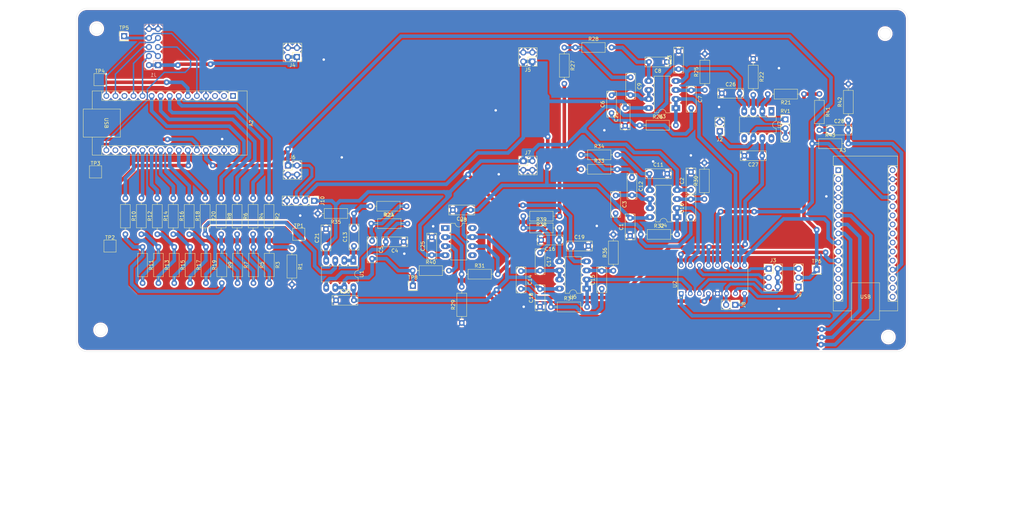
<source format=kicad_pcb>
(kicad_pcb (version 20240108) (generator "pcbnew") (generator_version "8.0")
  (layers (0 "F.Cu" signal) (31 "B.Cu" signal) (34 "B.Paste" user) (35 "F.Paste" user) (36 "B.SilkS" user "B.Silkscreen") (37 "F.SilkS" user "F.Silkscreen") (38 "B.Mask" user) (39 "F.Mask" user) (44 "Edge.Cuts" user))
  (net 0 "")
  (net 1 "GND")
  (net 2 "Net-(C6-Pad1)")
  (net 3 "+3.3V")
  (net 4 "Net-(U1B-+)")
  (net 5 "Net-(C5-Pad1)")
  (net 6 "IRQ")
  (net 7 "CE")
  (net 8 "MISO")
  (net 9 "~{CS}")
  (net 10 "SCK")
  (net 11 "MOSI")
  (net 12 "Net-(R1-Pad1)")
  (net 13 "/BIT_0")
  (net 14 "Net-(R3-Pad2)")
  (net 15 "/BIT_1")
  (net 16 "Net-(R5-Pad2)")
  (net 17 "/BIT_2")
  (net 18 "Net-(R7-Pad2)")
  (net 19 "/BIT_3")
  (net 20 "Net-(R11-Pad2)")
  (net 21 "Net-(R10-Pad2)")
  (net 22 "/BIT_4")
  (net 23 "/BIT_8")
  (net 24 "Net-(R13-Pad2)")
  (net 25 "OUT_10bit")
  (net 26 "/BIT_5")
  (net 27 "/BIT_9")
  (net 28 "Net-(R17-Pad2)")
  (net 29 "/BIT_6")
  (net 30 "/BIT_7")
  (net 31 "Net-(U1A--)")
  (net 32 "Net-(R15-Pad2)")
  (net 35 "Net-(U4B--)")
  (net 36 "Net-(U4A-+)")
  (net 37 "Net-(U4B-+)")
  (net 38 "Net-(U5B--)")
  (net 39 "Net-(U5B-+)")
  (net 40 "Net-(U5A-+)")
  (net 41 "Net-(C10-Pad1)")
  (net 42 "Net-(C12-Pad1)")
  (net 43 "Net-(C13-Pad2)")
  (net 44 "Net-(C14-Pad2)")
  (net 45 "Net-(C17-Pad1)")
  (net 52 "Net-(U3A-+)")
  (net 53 "Net-(U3B-+)")
  (net 54 "Net-(C9-Pad1)")
  (net 55 "Net-(U3B--)")
  (net 56 "+5V")
  (net 57 "+12V")
  (net 58 "-12V")
  (net 59 "Net-(U1B--)")
  (net 60 "F_S1_SEL")
  (net 61 "F_Lung_SEL")
  (net 62 "MUX_Update_1")
  (net 63 "MUX_Update_3")
  (net 64 "MUX_Update_2")
  (net 65 "F_General_SEL")
  (net 66 "F_SQE_SEL")
  (net 67 "F_S1_IN")
  (net 68 "F_General_OUT")
  (net 69 "F_SQE_IN")
  (net 70 "F_Lung_IN")
  (net 71 "F_Lung_OUT")
  (net 72 "F_General_IN")
  (net 73 "F_S1_OUT")
  (net 74 "F_SQE_OUT")
  (net 86 "Net-(U7--)")
  (net 87 "Net-(U7-+)")
  (net 88 "Amp_signal")
  (net 89 "Net-(U8--)")
  (net 90 "Net-(U8-+)")
  (net 105 "Analog pin ")
  (net 106 "Net-(C28-Pad1)")
  (net 107 "signal")
  (net 108 "Net-(J2-Pin_1)")
  (footprint "Package_DIP:DIP-8_W7.62mm_LongPads" (layer "F.Cu") (at 144.09 112.308)
    (property "Reference" "U8")
    (property "Value" "TL071")
  )
  (footprint "Capacitor_THT:C_Disc_D7.0mm_W2.5mm_P5.00mm" (layer "F.Cu") (at 196.469 98.084 -90)
    (property "Reference" "C12")
    (property "Value" "100nF")
  )
  (footprint "Resistor_THT:R_Axial_DIN0207_L6.3mm_D2.5mm_P10.16mm_Horizontal" (layer "F.Cu") (at 247.02 88.6)
    (property "Reference" "R43")
    (property "Value" "100k")
  )
  (footprint "Resistor_THT:R_Axial_DIN0207_L6.3mm_D2.5mm_P10.16mm_Horizontal" (layer "F.Cu") (at 148.717 138.938 90)
    (property "Reference" "R29")
    (property "Value" "1k")
  )
  (footprint "Resistor_THT:R_Axial_DIN0207_L6.3mm_D2.5mm_P10.16mm_Horizontal" (layer "F.Cu") (at 54.356 103.886 -90)
    (property "Reference" "R10")
    (property "Value" "4k")
  )
  (footprint "Resistor_THT:R_Axial_DIN0207_L6.3mm_D2.5mm_P10.16mm_Horizontal" (layer "F.Cu") (at 249.052 74.63 -90)
    (property "Reference" "R41")
    (property "Value" "100k")
  )
  (footprint "Connector_PinHeader_2.54mm:PinHeader_2x02_P2.54mm_Vertical" (layer "F.Cu") (at 99.949 94.742)
    (property "Reference" "J6")
    (property "Value" "5V")
  )
  (footprint "Resistor_THT:R_Axial_DIN0207_L6.3mm_D2.5mm_P10.16mm_Horizontal" (layer "F.Cu") (at 118.491 108.204 180)
    (property "Reference" "R35")
    (property "Value" "16k")
  )
  (footprint "Resistor_THT:R_Axial_DIN0207_L6.3mm_D2.5mm_P10.16mm_Horizontal" (layer "F.Cu") (at 148.677 125.262)
    (property "Reference" "R31")
    (property "Value" "2k")
  )
  (footprint "Capacitor_THT:C_Disc_D7.0mm_W2.5mm_P5.00mm" (layer "F.Cu") (at 113.451 132.588)
    (property "Reference" "C20")
    (property "Value" "100nF")
  )
  (footprint "Connector_PinHeader_2.54mm:PinHeader_2x02_P2.54mm_Vertical" (layer "F.Cu") (at 168.529 65.532 180)
    (property "Reference" "J5")
    (property "Value" "+12V")
  )
  (footprint "Resistor_THT:R_Axial_DIN0207_L6.3mm_D2.5mm_P10.16mm_Horizontal" (layer "F.Cu") (at 81.22358 103.886 -90)
    (property "Reference" "R8")
    (property "Value" "4k")
  )
  (footprint "Module:Arduino_Nano" (layer "F.Cu") (at 84.569875 75.195125 -90)
    (property "Reference" "A2")
    (property "Value" "Arduino_Nano_v2.x")
  )
  (footprint "Connector_PinHeader_2.54mm:PinHeader_1x01_P2.54mm_Vertical" (layer "F.Cu") (at 135.001 128.524)
    (property "Reference" "TP8")
    (property "Value" "Filtered output")
  )
  (footprint "TestPoint:TestPoint_Pad_3.0x3.0mm" (layer "F.Cu") (at 45.974 96.52)
    (property "Reference" "TP3")
    (property "Value" "MUX update 2")
  )
  (footprint "Resistor_THT:R_Axial_DIN0207_L6.3mm_D2.5mm_P10.16mm_Horizontal" (layer "F.Cu") (at 198.969 114.086)
    (property "Reference" "R32")
    (property "Value" "120k")
  )
  (footprint "Resistor_THT:R_Axial_DIN0207_L6.3mm_D2.5mm_P10.16mm_Horizontal" (layer "F.Cu") (at 94.724875 117.602 -90)
    (property "Reference" "R3")
    (property "Value" "2k")
  )
  (footprint "Capacitor_THT:C_Disc_D7.0mm_W2.5mm_P5.00mm" (layer "F.Cu") (at 140.295 119.888 90)
    (property "Reference" "C25")
    (property "Value" "100nF")
  )
  (footprint "Module:Arduino_Nano" (layer "F.Cu") (at 254.36 96.04)
    (property "Reference" "A3")
    (property "Value" "Arduino_Nano_v2.x")
  )
  (footprint "Capacitor_THT:C_Disc_D7.0mm_W2.5mm_P5.00mm" (layer "F.Cu") (at 206.245 65.656 180)
    (property "Reference" "C8")
    (property "Value" "47nF")
  )
  (footprint "Resistor_THT:R_Axial_DIN0207_L6.3mm_D2.5mm_P10.16mm_Horizontal" (layer "F.Cu") (at 72.26772 103.886 -90)
    (property "Reference" "R18")
    (property "Value" "4k")
  )
  (footprint "Capacitor_THT:C_Disc_D7.0mm_W2.5mm_P5.00mm" (layer "F.Cu") (at 190.751 80.01 90)
    (property "Reference" "C6")
    (property "Value" "47nF")
  )
  (footprint "DG445CJ:DIP794W47P254L1943H457Q16" (layer "F.Cu") (at 219.1775 126.7225 90)
    (property "Reference" "U2")
    (property "Value" "DG445CJ")
  )
  (footprint "Connector_PinHeader_2.54mm:PinHeader_1x03_P2.54mm_Vertical" (layer "F.Cu") (at 243.205 128.778 180)
    (property "Reference" "J9")
    (property "Value" "Conn_01x03_Pin")
  )
  (footprint "Connector_PinHeader_2.54mm:PinHeader_1x03_P2.54mm_Vertical" (layer "F.Cu") (at 239.522 81.788)
    (property "Reference" "RV1")
    (property "Value" "10k")
  )
  (footprint "Connector_PinHeader_2.54mm:PinHeader_1x01_P2.54mm_Vertical" (layer "F.Cu") (at 248.285 123.952)
    (property "Reference" "TP6")
    (property "Value" "Signal TP")
  )
  (footprint "Resistor_THT:R_Axial_DIN0207_L6.3mm_D2.5mm_P10.16mm_Horizontal" (layer "F.Cu") (at 90.282013 117.602 -90)
    (property "Reference" "R5")
    (property "Value" "2k")
  )
  (footprint "Connector_PinHeader_2.54mm:PinHeader_1x02_P2.54mm_Vertical" (layer "F.Cu") (at 225.425 133.858 -90)
    (property "Reference" "J8")
    (property "Value" "Conn_01x02")
  )
  (footprint "TestPoint:TestPoint_Pad_3.0x3.0mm" (layer "F.Cu") (at 47.244 70.612)
    (property "Reference" "TP4")
    (property "Value" "MUX update 1")
  )
  (footprint "Resistor_THT:R_Axial_DIN0207_L6.3mm_D2.5mm_P10.16mm_Horizontal" (layer "F.Cu") (at 176.149 108.966 180)
    (property "Reference" "R38")
    (property "Value" "3k4")
  )
  (footprint "TestPoint:TestPoint_Pad_3.0x3.0mm" (layer "F.Cu") (at 102.997 114.046)
    (property "Reference" "TP1")
    (property "Value" "ZOH")
  )
  (footprint "Resistor_THT:R_Axial_DIN0207_L6.3mm_D2.5mm_P10.16mm_Horizontal" (layer "F.Cu") (at 182.205 95.798)
    (property "Reference" "R33")
    (property "Value" "2k4")
  )
  (footprint "Resistor_THT:R_Axial_DIN0207_L6.3mm_D2.5mm_P10.16mm_Horizontal" (layer "F.Cu") (at 182.205 91.734)
    (property "Reference" "R34")
    (property "Value" "2k4")
  )
  (footprint "Capacitor_THT:C_Disc_D7.0mm_W2.5mm_P5.00mm" (layer "F.Cu") (at 194.564 83.566 90)
    (property "Reference" "C22")
    (property "Value" "100nF")
  )
  (footprint "Resistor_THT:R_Axial_DIN0207_L6.3mm_D2.5mm_P10.16mm_Horizontal" (layer "F.Cu") (at 123.317 111.038)
    (property "Reference" "R24")
    (property "Value" "1k6")
  )
  (footprint "Resistor_THT:R_Axial_DIN0207_L6.3mm_D2.5mm_P10.16mm_Horizontal" (layer "F.Cu") (at 85.70151 103.886 -90)
    (property "Reference" "R6")
    (property "Value" "4k")
  )
  (footprint "Capacitor_THT:C_Disc_D7.0mm_W2.5mm_P5.00mm" (layer "F.Cu") (at 195.961 114.474 90)
    (property "Reference" "C1")
    (property "Value" "100nF")
  )
  (footprint "Package_DIP:DIP-8_W7.62mm_LongPads" (layer "F.Cu") (at 235.585 79.502 -90)
    (property "Reference" "U7")
    (property "Value" "TL071")
  )
  (footprint "Resistor_THT:R_Axial_DIN0207_L6.3mm_D2.5mm_P10.16mm_Horizontal" (layer "F.Cu") (at 180.591 61.592)
    (property "Reference" "R28")
    (property "Value" "16k")
  )
  (footprint "Resistor_THT:R_Axial_DIN0207_L6.3mm_D2.5mm_P10.16mm_Horizontal" (layer "F.Cu") (at 133.223 106.172 180)
    (property "Reference" "R23")
    (property "Value" "1k6")
  )
  (footprint "Resistor_THT:R_Axial_DIN0207_L6.3mm_D2.5mm_P10.16mm_Horizontal" (layer "F.Cu") (at 216.913 73.53 90)
    (property "Reference" "R25")
    (property "Value" "240k")
  )
  (footprint "Capacitor_THT:C_Disc_D7.0mm_W2.5mm_P5.00mm" (layer "F.Cu") (at 209.547 67.648 90)
    (property "Reference" "C23")
    (property "Value" "100nF")
  )
  (footprint "Connector_PinHeader_2.54mm:PinHeader_2x02_P2.54mm_Vertical" (layer "F.Cu") (at 102.489 64.262 180)
    (property "Reference" "J4")
    (property "Value" "3.3V")
  )
  (footprint "Resistor_THT:R_Axial_DIN0207_L6.3mm_D2.5mm_P10.16mm_Horizontal" (layer "F.Cu") (at 58.83393 103.886 -90)
    (property "Reference" "R12")
    (property "Value" "4k")
  )
  (footprint "Connector_PinHeader_2.54mm:PinHeader_1x02_P2.54mm_Vertical" (layer "F.Cu") (at 221.107 85.1 180)
    (property "Reference" "J2")
    (property "Value" "Mono output")
  )
  (footprint "Resistor_THT:R_Axial_DIN0207_L6.3mm_D2.5mm_P10.16mm_Horizontal" (layer "F.Cu") (at 191.254 124.282 90)
    (property "Reference" "R36")
    (property "Value" "24k")
  )
  (footprint "Capacitor_THT:C_Disc_D7.0mm_W2.5mm_P5.00mm" (layer "F.Cu") (at 196.085 69.974 -90)
    (property "Reference" "C9")
    (property "Value" "100nF")
  )
  (footprint "Package_DIP:DIP-8_W7.62mm_LongPads" (layer "F.Cu") (at 209.134 109.235 180)
    (property "Reference" "U4")
    (property "Value" "TL072")
  )
  (footprint "TestPoint:TestPoint_Pad_3.0x3.0mm" (layer "F.Cu") (at 50.038 117.348)
    (property "Reference" "TP2")
    (property "Value" "MUX update 3")
  )
  (footprint "Resistor_THT:R_Axial_DIN0207_L6.3mm_D2.5mm_P10.16mm_Horizontal" (layer "F.Cu") (at 94.657375 103.886 -90)
    (property "Reference" "R2")
    (property "Value" "4k")
  )
  (footprint "Capacitor_THT:C_Disc_D7.0mm_W2.5mm_P5.00mm" (layer "F.Cu") (at 187.992 129.336 90)
    (property "Reference" "C15")
    (property "Value" "47nF")
  )
  (footprint "Resistor_THT:R_Axial_DIN0207_L6.3mm_D2.5mm_P10.16mm_Horizontal" (layer "F.Cu") (at 198.625 83.436)
    (property "Reference" "R26")
    (property "Value" "120k")
  )
  (footprint "Resistor_THT:R_Axial_DIN0207_L6.3mm_D2.5mm_P10.16mm_Horizontal" (layer "F.Cu") (at 134.961 124.246)
    (property "Reference" "R40")
    (property "Value" "665")
  )
  (footprint "Connector_PinHeader_2.54mm:PinHeader_2x02_P2.54mm_Vertical" (layer "F.Cu") (at 165.989 93.472)
    (property "Reference" "J7")
    (property "Value" "-12V")
  )
  (footprint "Resistor_THT:R_Axial_DIN0207_L6.3mm_D2.5mm_P10.16mm_Horizontal" (layer "F.Cu") (at 244.729 74.676 180)
    (property "Reference" "R21")
    (property "Value" "68k")
  )
  (footprint "Resistor_THT:R_Axial_DIN0207_L6.3mm_D2.5mm_P10.16mm_Horizontal" (layer "F.Cu") (at 63.624859 117.602 -90)
    (property "Reference" "R13")
    (property "Value" "2k")
  )
  (footprint "Resistor_THT:R_Axial_DIN0207_L6.3mm_D2.5mm_P10.16mm_Horizontal" (layer "F.Cu") (at 63.31186 103.886 -90)
    (property "Reference" "R14")
    (property "Value" "4k")
  )
  (footprint "Resistor_THT:R_Axial_DIN0207_L6.3mm_D2.5mm_P10.16mm_Horizontal" (layer "F.Cu") (at 230.505 64.77 -90)
    (property "Reference" "R22")
    (property "Value" "8k7")
  )
  (footprint "Capacitor_THT:C_Disc_D7.0mm_W2.5mm_P5.00mm" (layer "F.Cu") (at 252.1 84.79)
    (property "Reference" "C28")
    (property "Value" "100n")
  )
  (footprint "Resistor_THT:R_Axial_DIN0207_L6.3mm_D2.5mm_P10.16mm_Horizontal" (layer "F.Cu") (at 216.789 104.14 90)
    (property "Reference" "R30")
    (property "Value" "240k")
  )
  (footprint "Capacitor_THT:C_Disc_D7.0mm_W2.5mm_P5.00mm" (layer "F.Cu") (at 191.897 103.164 -90)
    (property "Reference" "C3")
    (property "Value" "47nF")
  )
  (footprint "Resistor_THT:R_Axial_DIN0207_L6.3mm_D2.5mm_P10.16mm_Horizontal" (layer "F.Cu") (at 67.78979 103.886 -90)
    (property "Reference" "R16")
    (property "Value" "4k")
  )
  (footprint "Connector_PinHeader_2.54mm:PinHeader_2x03_P2.54mm_Vertical" (layer "F.Cu") (at 234.823 123.698)
    (property "Reference" "J3")
    (property "Value" "Conn_02x03_Odd_Even")
  )
  (footprint "Resistor_THT:R_Axial_DIN0207_L6.3mm_D2.5mm_P10.16mm_Horizontal" (layer "F.Cu") (at 165.989 112.268)
    (property "Reference" "R39")
    (property "Value" "3k4")
  )
  (footprint "Capacitor_THT:C_Disc_D7.0mm_W2.5mm_P5.00mm" (layer "F.Cu") (at 233.005 91.988 180)
    (property "Reference" "C27")
    (property "Value" "100nF")
  )
  (footprint "Resistor_THT:R_Axial_DIN0207_L6.3mm_D2.5mm_P10.16mm_Horizontal" (layer "F.Cu") (at 85.839154 117.602 -90)
    (property "Reference" "R7")
    (property "Value" "2k")
  )
  (footprint "Capacitor_THT:C_Disc_D7.0mm_W2.5mm_P5.00mm" (layer "F.Cu") (at 221.655 74.462)
    (property "Reference" "C26")
    (property "Value" "100nF")
  )
  (footprint "Capacitor_THT:C_Disc_D7.0mm_W2.5mm_P5.00mm" (layer "F.Cu") (at 132.421 116.158 180)
    (property "Reference" "C4")
    (property "Value" "47nF")
  )
  (footprint "Package_DIP:DIP-8_W7.62mm_LongPads" (layer "F.Cu") (at 118.312 121.397 -90)
    (property "Reference" "U1")
    (property "Value" "TL072" (hide yes))
  )
  (footprint "Resistor_THT:R_Axial_DIN0207_L6.3mm_D2.5mm_P10.16mm_Horizontal" (layer "F.Cu") (at 59.182 117.602 -90)
    (property "Reference" "R11")
    (property "Value" "2k")
  )
  (footprint "Resistor_THT:R_Axial_DIN0207_L6.3mm_D2.5mm_P10.16mm_Horizontal" (layer "F.Cu") (at 81.396295 117.602 -90)
    (property "Reference" "R9")
    (property "Value" "2k")
  )
  (footprint "Resistor_THT:R_Axial_DIN0207_L6.3mm_D2.5mm_P10.16mm_Horizontal" (layer "F.Cu") (at 72.510577 117.602 -90)
    (property "Reference" "R17")
    (property "Value" "2k")
  )
  (footprint "Package_DIP:DIP-8_W7.62mm_LongPads" (layer "F.Cu") (at 208.785 78.61 180)
    (property "Reference" "U3")
    (property "Value" "TL072")
  )
  (footprint "Connector_PinHeader_2.54mm:PinHeader_1x01_P2.54mm_Vertical" (layer "F.Cu") (at 54 58.4)
    (property "Reference" "TP5")
    (property "Value" "IRQ")
  )
  (footprint "Resistor_THT:R_Axial_DIN0207_L6.3mm_D2.5mm_P10.16mm_Horizontal" (layer "F.Cu") (at 68.067718 117.602 -90)
    (property "Reference" "R15")
    (property "Value" "2k")
  )
  (footprint "Resistor_THT:R_Axial_DIN0207_L6.3mm_D2.5mm_P10.16mm_Horizontal" (layer "F.Cu") (at 76.953436 117.602 -90)
    (property "Reference" "R19")
    (property "Value" "2k")
  )
  (footprint "Capacitor_THT:C_Disc_D7.0mm_W2.5mm_P5.00mm" (layer "F.Cu") (at 165.346 124.362 -90)
    (property "Reference" "C14")
    (property "Value" "47nF")
  )
  (footprint "Capacitor_THT:C_Disc_D7.0mm_W2.5mm_P5.00mm" (layer "F.Cu") (at 213.019 101.56 90)
    (property "Reference" "C2")
    (property "Value" "100nF")
  )
  (footprint "Connector_PinHeader_2.54mm:PinHeader_1x04_P2.54mm_Vertical" (layer "F.Cu") (at 107.315 104.648 -90)
    (property "Reference" "J10")
    (property "Value" "Conn_01x04")
  )
  (footprint "Resistor_THT:R_Axial_DIN0207_L6.3mm_D2.5mm_P10.16mm_Horizontal" (layer "F.Cu") (at 173.728 134.456)
    (property "Reference" "R37")
    (property "Value" "12k")
  )
  (footprint "Resistor_THT:R_Axial_DIN0207_L6.3mm_D2.5mm_P10.16mm_Horizontal" (layer "F.Cu") (at 177.5 61.6 -90)
    (property "Reference" "R27")
    (property "Value" "16k")
  )
  (footprint "Capacitor_THT:C_Disc_D7.0mm_W2.5mm_P5.00mm" (layer "F.Cu") (at 123.571 115.904 -90)
    (property "Reference" "C5")
    (property "Value" "100nF")
  )
  (footprint "Capacitor_THT:C_Disc_D7.0mm_W2.5mm_P5.00mm" (layer "F.Cu") (at 170.68 119.242 -90)
    (property "Reference" "C17")
    (property "Value" "100nF")
  )
  (footprint "Capacitor_THT:C_Disc_D7.0mm_W2.5mm_P5.00mm" (layer "F.Cu") (at 201.375 97.028)
    (property "Reference" "C11")
    (property "Value" "47nF")
  )
  (footprint "Capacitor_THT:C_Disc_D7.0mm_W2.5mm_P5.00mm" (layer "F.Cu") (at 170.68 134.402 90)
    (property "Reference" "C18")
    (property "Value" "100nF")
  )
  (footprint "Resistor_THT:R_Axial_DIN0207_L6.3mm_D2.5mm_P10.16mm_Horizontal" (layer "F.Cu") (at 90.17944 103.886 -90)
    (property "Reference" "R4")
    (property "Value" "4k")
  )
  (footprint "Package_DIP:DIP-8_W7.62mm_LongPads" (layer "F.Cu") (at 183.769 129.286 180)
    (property "Reference" "U5")
    (property "Value" "TL072")
  )
  (footprint "Capacitor_THT:C_Disc_D7.0mm_W2.5mm_P5.00mm" (layer "F.Cu") (at 118.491 117.348 90)
    (property "Reference" "C13")
    (property "Value" "1uF")
  )
  (footprint "Capacitor_THT:C_Disc_D7.0mm_W2.5mm_P5.00mm" (layer "F.Cu") (at 176.014 115.66 180)
    (property "Reference" "C16")
    (property "Value" "47nF")
  )
  (footprint "Capacitor_THT:C_Disc_D7.0mm_W2.5mm_P5.00mm" (layer "F.Cu") (at 151.217 107.228 180)
    (property "Reference" "C24")
    (property "Value" "100nF")
  )
  (footprint "Capacitor_THT:C_Disc_D7.0mm_W2.5mm_P5.00mm" (layer "F.Cu") (at 179.237 117.348)
    (property "Reference" "C19")
    (property "Value" "100nF")
  )
  (footprint "Capacitor_THT:C_Disc_D7.0mm_W2.5mm_P5.00mm" (layer "F.Cu") (at 212.979 109.22 90)
    (property "Reference" "C10")
    (property "Value" "47nF")
  )
  (footprint "Resistor_THT:R_Axial_DIN0207_L6.3mm_D2.5mm_P10.16mm_Horizontal" (layer "F.Cu") (at 257.18 81.996 90)
    (property "Reference" "R42")
    (property "Value" "100k")
  )
  (footprint "Capacitor_THT:C_Disc_D7.0mm_W2.5mm_P5.00mm" (layer "F.Cu") (at 110.617 117.562 90)
    (property "Reference" "C21")
    (property "Value" "100nF")
  )
  (footprint "Resistor_THT:R_Axial_DIN0207_L6.3mm_D2.5mm_P10.16mm_Horizontal" (layer "F.Cu") (at 76.74565 103.886 -90)
    (property "Reference" "R20")
    (property "Value" "4k")
  )
  (footprint "Resistor_THT:R_Axial_DIN0207_L6.3mm_D2.5mm_P10.16mm_Horizontal" (layer "F.Cu") (at 101.074875 118.000125 -90)
    (property "Reference" "R1")
    (property "Value" "4k")
  )
  (footprint "Capacitor_THT:C_Disc_D7.0mm_W2.5mm_P5.00mm" (layer "F.Cu") (at 213.103 73.61 -90)
    (property "Reference" "C7")
    (property "Value" "47nF")
  )
  (footprint "Connector_PinSocket_2.54mm:PinSocket_2x05_P2.54mm_Vertical" (layer "B.Cu") (at 63.5 66.548)
    (property "Reference" "J1")
    (property "Value" "Conn_02x05_Odd_Even")
  )
  (gr_line (start 40.6 144) (end 40.6 53.6) (stroke (width 0.05)) (layer "Edge.Cuts"))
  (gr_arc (start 43.6 147) (mid 41.47868 146.12132) (end 40.6 144) (stroke (width 0.05)) (layer "Edge.Cuts"))
  (gr_line (start 43.6 50.6) (end 270.8 50.6) (stroke (width 0.05)) (layer "Edge.Cuts"))
  (gr_line (start 270.8 147) (end 43.6 147) (stroke (width 0.05)) (layer "Edge.Cuts"))
  (gr_arc (start 270.8 50.6) (mid 272.92132 51.47868) (end 273.8 53.6) (stroke (width 0.05)) (layer "Edge.Cuts"))
  (gr_circle (center 268.4 142.9) (end 268.4 141.3) (stroke (width 0.05)) (fill none) (layer "Edge.Cuts"))
  (gr_arc (start 40.6 53.6) (mid 41.47868 51.47868) (end 43.6 50.6) (stroke (width 0.05)) (layer "Edge.Cuts"))
  (gr_arc (start 273.8 144) (mid 272.92132 146.12132) (end 270.8 147) (stroke (width 0.05)) (layer "Edge.Cuts"))
  (gr_circle (center 46.3 56.3) (end 46.3 54.7) (stroke (width 0.05)) (fill none) (layer "Edge.Cuts"))
  (gr_circle (center 47.4 140.9) (end 47.4 139.3) (stroke (width 0.05)) (fill none) (layer "Edge.Cuts"))
  (gr_circle (center 267.5 57.7) (end 267.5 56.1) (stroke (width 0.05)) (fill none) (layer "Edge.Cuts"))
  (gr_line (start 273.8 53.6) (end 273.8 144) (stroke (width 0.05)) (layer "Edge.Cuts"))
  (segment (start 115.772 127.104) (end 116.638 126.238) (width 1) (layer "B.Cu") (net 0))
  (segment (start 115.772 129.017) (end 115.772 127.104) (width 1) (layer "B.Cu") (net 0))
  (segment (start 116.638 126.238) (end 122.555 126.238) (width 1) (layer "B.Cu") (net 0))
  (segment (start 123.571 125.222) (end 122.555 126.238) (width 1) (layer "B.Cu") (net 0))
  (segment (start 130.897 124.246) (end 127.555 120.904) (width 1) (layer "B.Cu") (net 0))
  (segment (start 113.232 129.017) (end 115.772 129.017) (width 1) (layer "B.Cu") (net 0))
  (segment (start 123.571 120.904) (end 123.571 125.222) (width 1) (layer "B.Cu") (net 0))
  (segment (start 135.001 128.524) (end 135.001 124.286) (width 1) (layer "B.Cu") (net 0))
  (segment (start 127.555 120.904) (end 123.571 120.904) (width 1) (layer "B.Cu") (net 0))
  (segment (start 134.961 124.246) (end 130.897 124.246) (width 1) (layer "B.Cu") (net 0))
  (segment (start 135.001 124.286) (end 134.961 124.246) (width 0.8) (layer "B.Cu") (net 0))
  (via (at 158.242 79.248) (size 1.6) (drill 0.7) (layers "F.Cu" "B.Cu") (net 1))
  (via (at 186.6 111.7) (size 1.6) (drill 0.7) (layers "F.Cu" "B.Cu") (net 1))
  (via (at 188.722 84.836) (size 1.6) (drill 0.7) (layers "F.Cu" "B.Cu") (net 1))
  (via (at 115.062 92.456) (size 1.6) (drill 0.7) (layers "F.Cu" "B.Cu") (net 1))
  (via (at 237.7 67.4) (size 1.6) (drill 0.7) (layers "F.Cu" "B.Cu") (net 1))
  (via (at 202.4 93.6) (size 1.6) (drill 0.7) (layers "F.Cu" "B.Cu") (net 1))
  (via (at 213 91.9) (size 1.6) (drill 0.7) (layers "F.Cu" "B.Cu") (net 1))
  (via (at 103.4 108.8) (size 1.6) (drill 0.7) (layers "F.Cu" "B.Cu") (net 1))
  (via (at 166.1 134.4) (size 1.6) (drill 0.7) (layers "F.Cu" "B.Cu") (net 1))
  (via (at 220.9 78.3) (size 1.6) (drill 0.7) (layers "F.Cu" "B.Cu") (net 1))
  (via (at 237.7 135) (size 1.6) (drill 0.7) (layers "F.Cu" "B.Cu") (net 1))
  (via (at 81.5 87.3) (size 1.6) (drill 0.7) (layers "F.Cu" "B.Cu") (net 1))
  (via (at 132.6 119.5) (size 1.6) (drill 0.7) (layers "F.Cu" "B.Cu") (net 1))
  (via (at 159.1 97.2) (size 1.6) (drill 0.7) (layers "F.Cu" "B.Cu") (net 1))
  (via (at 140.7 111.8) (size 1.6) (drill 0.7) (layers "F.Cu" "B.Cu") (net 1))
  (via (at 110 65) (size 1.6) (drill 0.7) (layers "F.Cu" "B.Cu") (net 1))
  (via (at 251 103.4) (size 1.6) (drill 0.7) (layers "F.Cu" "B.Cu") (net 1))
  (segment (start 205.61 83.436) (end 198.625 83.436) (width 1) (layer "B.Cu") (net 2))
  (segment (start 197.355 83.436) (end 195.961 82.042) (width 0.8) (layer "B.Cu") (net 2))
  (segment (start 190.751 81.051) (end 190.751 80.134) (width 0.8) (layer "B.Cu") (net 2))
  (segment (start 213.103 84.331) (end 211.582 85.852) (width 1) (layer "B.Cu") (net 2))
  (segment (start 208.026 85.852) (end 205.61 83.436) (width 1) (layer "B.Cu") (net 2))
  (segment (start 198.625 83.436) (end 197.355 83.436) (width 0.8) (layer "B.Cu") (net 2))
  (segment (start 191.742 82.042) (end 190.751 81.051) (width 0.8) (layer "B.Cu") (net 2))
  (segment (start 213.103 78.61) (end 213.103 84.331) (width 1) (layer "B.Cu") (net 2))
  (segment (start 195.961 82.042) (end 191.742 82.042) (width 0.8) (layer "B.Cu") (net 2))
  (segment (start 211.582 85.852) (end 208.026 85.852) (width 1) (layer "B.Cu") (net 2))
  (segment (start 78.232 66.294) (end 69.342 66.294) (width 1) (layer "F.Cu") (net 3))
  (segment (start 69.342 66.294) (end 69.088 66.548) (width 1) (layer "F.Cu") (net 3))
  (via (at 69.088 66.548) (size 1.6) (drill 0.7) (layers "F.Cu" "B.Cu") (net 3))
  (via (at 78.232 66.294) (size 1.6) (drill 0.7) (layers "F.Cu" "B.Cu") (net 3))
  (segment (start 78.232 66.294) (end 78.486 66.04) (width 1) (layer "B.Cu") (net 3))
  (segment (start 78.486 66.04) (end 99.949 66.04) (width 1) (layer "B.Cu") (net 3))
  (segment (start 102.489 64.262) (end 99.949 64.262) (width 1) (layer "B.Cu") (net 3))
  (segment (start 99.949 66.04) (end 99.949 64.262) (width 1) (layer "B.Cu") (net 3))
  (segment (start 69.088 66.548) (end 63.5 66.548) (width 1) (layer "B.Cu") (net 3))
  (segment (start 60.96 66.548) (end 63.5 66.548) (width 1) (layer "B.Cu") (net 3))
  (segment (start 133.477 111.038) (end 130.643 111.038) (width 1) (layer "B.Cu") (net 4))
  (segment (start 120.015 124.714) (end 121.031 123.698) (width 1) (layer "B.Cu") (net 4))
  (segment (start 115.062 124.714) (end 120.015 124.714) (width 1) (layer "B.Cu") (net 4))
  (segment (start 123.571 118.364) (end 126.492 118.364) (width 1) (layer "B.Cu") (net 4))
  (segment (start 111.633 126.492) (end 113.284 126.492) (width 1) (layer "B.Cu") (net 4))
  (segment (start 110.692 127.433) (end 111.633 126.492) (width 1) (layer "B.Cu") (net 4))
  (segment (start 130.643 111.038) (end 127.421 114.26) (width 1) (layer "B.Cu") (net 4))
  (segment (start 113.284 126.492) (end 115.062 124.714) (width 1) (layer "B.Cu") (net 4))
  (segment (start 127.421 114.26) (end 127.421 116.158) (width 1) (layer "B.Cu") (net 4))
  (segment (start 126.492 118.364) (end 127.421 117.435) (width 1) (layer "B.Cu") (net 4))
  (segment (start 127.421 117.435) (end 127.421 116.158) (width 1) (layer "B.Cu") (net 4))
  (segment (start 110.692 129.017) (end 110.692 127.433) (width 1) (layer "B.Cu") (net 4))
  (segment (start 121.031 123.698) (end 121.031 120.904) (width 1) (layer "B.Cu") (net 4))
  (segment (start 121.031 120.904) (end 123.571 118.364) (width 1) (layer "B.Cu") (net 4))
  (segment (start 123.698 115.777) (end 123.571 115.904) (width 0.8) (layer "B.Cu") (net 5))
  (segment (start 123.317 111.038) (end 126.325 111.038) (width 1) (layer "B.Cu") (net 5))
  (segment (start 126.325 111.038) (end 131.191 106.172) (width 1) (layer "B.Cu") (net 5))
  (segment (start 123.317 111.038) (end 123.317 113.665) (width 1) (layer "B.Cu") (net 5))
  (segment (start 131.191 106.172) (end 133.223 106.172) (width 1) (layer "B.Cu") (net 5))
  (segment (start 123.698 114.046) (end 123.698 115.777) (width 1) (layer "B.Cu") (net 5))
  (segment (start 123.317 113.665) (end 123.698 114.046) (width 1) (layer "B.Cu") (net 5))
  (segment (start 74.409875 64.782125) (end 74.409875 75.195125) (width 0.4) (layer "B.Cu") (net 6))
  (segment (start 62.21 57.678) (end 67.33 57.678) (width 0.4) (layer "B.Cu") (net 6))
  (segment (start 54.528 58.928) (end 60.96 58.928) (width 0.8) (layer "B.Cu") (net 6))
  (segment (start 54 58.4) (end 54.528 58.928) (width 0.8) (layer "B.Cu") (net 6))
  (segment (start 74.422 64.77) (end 74.409875 64.782125) (width 0.4) (layer "B.Cu") (net 6))
  (segment (start 67.33 57.678) (end 74.422 64.77) (width 0.4) (layer "B.Cu") (net 6))
  (segment (start 60.96 58.928) (end 62.21 57.678) (width 0.4) (layer "B.Cu") (net 6))
  (segment (start 74.422 75.183) (end 74.409875 75.195125) (width 0.8) (layer "B.Cu") (net 6))
  (segment (start 63.5 64.008) (end 62.21 62.718) (width 0.4) (layer "B.Cu") (net 7))
  (segment (start 59.974233 62.718) (end 56.629875 66.062358) (width 0.4) (layer "B.Cu") (net 7))
  (segment (start 62.21 62.718) (end 59.974233 62.718) (width 0.4) (layer "B.Cu") (net 7))
  (segment (start 56.629875 66.062358) (end 56.629875 75.195125) (width 0.4) (layer "B.Cu") (net 7))
  (segment (start 58.44 60.178) (end 62.25 60.178) (width 0.4) (layer "B.Cu") (net 8))
  (segment (start 49.009875 69.608125) (end 58.44 60.178) (width 0.4) (layer "B.Cu") (net 8))
  (segment (start 62.25 60.178) (end 63.5 58.928) (width 0.4) (layer "B.Cu") (net 8))
  (segment (start 49.009875 75.195125) (end 49.009875 69.608125) (width 0.4) (layer "B.Cu") (net 8))
  (segment (start 59.169875 65.798125) (end 59.169875 75.195125) (width 0.4) (layer "B.Cu") (net 9))
  (segment (start 60.96 64.008) (end 59.169875 65.798125) (width 0.4) (layer "B.Cu") (net 9))
  (segment (start 68.834 61.468) (end 63.5 61.468) (width 0.4) (layer "B.Cu") (net 10))
  (segment (start 65.278 68.58) (end 71.12 68.58) (width 0.4) (layer "B.Cu") (net 10))
  (segment (start 49.009875 90.435125) (end 49.009875 87.896125) (width 0.4) (layer "B.Cu") (net 10))
  (segment (start 60.509875 73.348125) (end 65.278 68.58) (width 0.4) (layer "B.Cu") (net 10))
  (segment (start 60.509875 76.396125) (end 60.509875 73.348125) (width 0.4) (layer "B.Cu") (net 10))
  (segment (start 49.009875 87.896125) (end 60.509875 76.396125) (width 0.4) (layer "B.Cu") (net 10))
  (segment (start 72.644 65.278) (end 68.834 61.468) (width 0.4) (layer "B.Cu") (net 10))
  (segment (start 71.12 68.58) (end 72.644 67.056) (width 0.4) (layer "B.Cu") (net 10))
  (segment (start 72.644 67.056) (end 72.644 65.278) (width 0.4) (layer "B.Cu") (net 10))
  (segment (start 51.549875 75.425875) (end 51.562 75.438) (width 0.4) (layer "B.Cu") (net 11))
  (segment (start 51.549875 75.195125) (end 51.549875 75.425875) (width 0.4) (layer "B.Cu") (net 11))
  (segment (start 51.562 75.438) (end 51.562 69.088) (width 0.4) (layer "B.Cu") (net 11))
  (segment (start 59.182 61.468) (end 60.96 61.468) (width 0.4) (layer "B.Cu") (net 11))
  (segment (start 51.562 69.088) (end 59.182 61.468) (width 0.4) (layer "B.Cu") (net 11))
  (segment (start 94.724875 117.602) (end 100.67675 117.602) (width 1) (layer "B.Cu") (net 12))
  (segment (start 94.657375 117.5345) (end 94.724875 117.602) (width 1) (layer "B.Cu") (net 12))
  (segment (start 94.657375 114.046) (end 94.657375 117.5345) (width 1) (layer "B.Cu") (net 12))
  (segment (start 100.67675 117.602) (end 101.074875 118.000125) (width 1) (layer "B.Cu") (net 12))
  (segment (start 69.329875 77.111125) (end 69.329875 75.195125) (width 1) (layer "B.Cu") (net 13))
  (segment (start 94.657375 87.198625) (end 85.43675 77.978) (width 1) (layer "B.Cu") (net 13))
  (segment (start 94.657375 103.886) (end 94.657375 87.198625) (width 1) (layer "B.Cu") (net 13))
  (segment (start 70.19675 77.978) (end 69.329875 77.111125) (width 1) (layer "B.Cu") (net 13))
  (segment (start 85.43675 77.978) (end 70.19675 77.978) (width 1) (layer "B.Cu") (net 13))
  (segment (start 90.282013 120.000013) (end 94.742 124.46) (width 1) (layer "B.Cu") (net 14))
  (segment (start 94.724875 124.477125) (end 94.724875 127.762) (width 1) (layer "B.Cu") (net 14))
  (segment (start 90.17944 117.499427) (end 90.282013 117.602) (width 1) (layer "B.Cu") (net 14))
  (segment (start 94.742 124.46) (end 94.724875 124.477125) (width 1) (layer "B.Cu") (net 14))
  (segment (start 90.17944 114.046) (end 90.17944 117.499427) (width 1) (layer "B.Cu") (net 14))
  (segment (start 90.282013 117.602) (end 90.282013 120.000013) (width 1) (layer "B.Cu") (net 14))
  (segment (start 67.546875 79.900125) (end 66.789875 79.143125) (width 1) (layer "B.Cu") (net 15))
  (segment (start 90.17944 99.43156) (end 92.692875 96.918125) (width 1) (layer "B.Cu") (net 15))
  (segment (start 92.692875 96.918125) (end 92.692875 87.520125) (width 1) (layer "B.Cu") (net 15))
  (segment (start 85.072875 79.900125) (end 67.546875 79.900125) (width 1) (layer "B.Cu") (net 15))
  (segment (start 92.692875 87.520125) (end 85.072875 79.900125) (width 1) (layer "B.Cu") (net 15))
  (segment (start 66.789875 79.143125) (end 66.789875 75.195125) (width 1) (layer "B.Cu") (net 15))
  (segment (start 90.17944 103.886) (end 90.17944 99.43156) (width 1) (layer "B.Cu") (net 15))
  (segment (start 90.282013 124.318013) (end 90.282013 127.762) (width 1) (layer "B.Cu") (net 16))
  (segment (start 85.839154 117.602) (end 85.839154 119.875154) (width 1) (layer "B.Cu") (net 16))
  (segment (start 85.70151 114.046) (end 85.70151 117.464356) (width 1) (layer "B.Cu") (net 16))
  (segment (start 85.839154 119.875154) (end 90.282013 124.318013) (width 1) (layer "B.Cu") (net 16))
  (segment (start 85.70151 117.464356) (end 85.839154 117.602) (width 1) (layer "B.Cu") (net 16))
  (segment (start 90.660875 88.028125) (end 84.43275 81.8) (width 1) (layer "B.Cu") (net 17))
  (segment (start 85.70151 98.06749) (end 90.660875 93.108125) (width 1) (layer "B.Cu") (net 17))
  (segment (start 85.70151 103.886) (end 85.70151 98.06749) (width 1) (layer "B.Cu") (net 17))
  (segment (start 64.249875 79.397125) (end 64.249875 75.195125) (width 1) (layer "B.Cu") (net 17))
  (segment (start 84.43275 81.8) (end 66.65275 81.8) (width 1) (layer "B.Cu") (net 17))
  (segment (start 90.660875 93.108125) (end 90.660875 88.028125) (width 1) (layer "B.Cu") (net 17))
  (segment (start 66.65275 81.8) (end 64.249875 79.397125) (width 1) (layer "B.Cu") (net 17))
  (segment (start 81.22358 114.046) (end 81.22358 117.429285) (width 1) (layer "B.Cu") (net 18))
  (segment (start 85.852 124.46) (end 85.852 125.73) (width 1) (layer "B.Cu") (net 18))
  (segment (start 81.396295 120.004295) (end 85.852 124.46) (width 1) (layer "B.Cu") (net 18))
  (segment (start 81.22358 117.429285) (end 81.396295 117.602) (width 1) (layer "B.Cu") (net 18))
  (segment (start 85.839154 125.742846) (end 85.839154 127.762) (width 1) (layer "B.Cu") (net 18))
  (segment (start 85.852 125.73) (end 85.839154 125.742846) (width 1) (layer "B.Cu") (net 18))
  (segment (start 81.396295 117.602) (end 81.396295 120.004295) (width 1) (layer "B.Cu") (net 18))
  (segment (start 61.709875 79.397125) (end 61.709875 75.195125) (width 1) (layer "B.Cu") (net 19))
  (segment (start 81.22358 98.10042) (end 87.63 91.694) (width 1) (layer "B.Cu") (net 19))
  (segment (start 83.5 83.7) (end 66.01275 83.7) (width 1) (layer "B.Cu") (net 19))
  (segment (start 66.01275 83.7) (end 61.709875 79.397125) (width 1) (layer "B.Cu") (net 19))
  (segment (start 81.22358 103.886) (end 81.22358 98.10042) (width 1) (layer "B.Cu") (net 19))
  (segment (start 87.63 87.83) (end 83.5 83.7) (width 1) (layer "B.Cu") (net 19))
  (segment (start 87.63 91.694) (end 87.63 87.83) (width 1) (layer "B.Cu") (net 19))
  (segment (start 58.83393 114.046) (end 60.068859 114.046) (width 1) (layer "B.Cu") (net 20))
  (segment (start 60.068859 114.046) (end 63.624859 117.602) (width 1) (layer "B.Cu") (net 20))
  (segment (start 59.182 125.73) (end 63.754 121.158) (width 1) (layer "B.Cu") (net 20))
  (segment (start 63.624859 121.028859) (end 63.624859 117.602) (width 1) (layer "B.Cu") (net 20))
  (segment (start 63.754 121.158) (end 63.624859 121.028859) (width 1) (layer "B.Cu") (net 20))
  (segment (start 59.182 127.762) (end 59.182 125.73) (width 1) (layer "B.Cu") (net 20))
  (segment (start 59.182 120.142) (end 59.182 117.602) (width 1) (layer "B.Cu") (net 21))
  (segment (start 56.642 117.602) (end 59.182 117.602) (width 1) (layer "B.Cu") (net 21))
  (segment (start 80.264 130.048) (end 58.166 130.048) (width 1) (layer "B.Cu") (net 21))
  (segment (start 56.134 123.19) (end 59.182 120.142) (width 1) (layer "B.Cu") (net 21))
  (segment (start 56.134 128.016) (end 56.134 123.19) (width 1) (layer "B.Cu") (net 21))
  (segment (start 81.396295 128.915705) (end 80.264 130.048) (width 1) (layer "B.Cu") (net 21))
  (segment (start 54.356 115.316) (end 56.642 117.602) (width 1) (layer "B.Cu") (net 21))
  (segment (start 54.356 114.046) (end 54.356 115.316) (width 1) (layer "B.Cu") (net 21))
  (segment (start 81.396295 127.762) (end 81.396295 128.915705) (width 1) (layer "B.Cu") (net 21))
  (segment (start 58.166 130.048) (end 56.134 128.016) (width 1) (layer "B.Cu") (net 21))
  (segment (start 56.642 90.44725) (end 56.629875 90.435125) (width 1) (layer "B.Cu") (net 22))
  (segment (start 56.642 96.012) (end 56.642 90.44725) (width 1) (layer "B.Cu") (net 22))
  (segment (start 54.356 103.886) (end 54.356 98.298) (width 1) (layer "B.Cu") (net 22))
  (segment (start 54.356 98.298) (end 56.642 96.012) (width 1) (layer "B.Cu") (net 22))
  (segment (start 66.784875 90.440125) (end 66.789875 90.435125) (width 1) (layer "B.Cu") (net 23))
  (segment (start 66.789875 90.435125) (end 66.789875 94.983875) (width 1) (layer "B.Cu") (net 23))
  (segment (start 72.26772 100.46172) (end 72.26772 103.886) (width 1) (layer "B.Cu") (net 23))
  (segment (start 66.789875 94.983875) (end 72.26772 100.46172) (width 1) (layer "B.Cu") (net 23))
  (segment (start 63.624859 127.762) (end 63.624859 125.859141) (width 1) (layer "B.Cu") (net 24))
  (segment (start 68.067718 121.407718) (end 68.067718 117.602) (width 1) (layer "B.Cu") (net 24))
  (segment (start 63.31186 114.046) (end 64.511718 114.046) (width 1) (layer "B.Cu") (net 24))
  (segment (start 63.624859 125.859141) (end 68.072 121.412) (width 1) (layer "B.Cu") (net 24))
  (segment (start 68.072 121.412) (end 68.067718 121.407718) (width 1) (layer "B.Cu") (net 24))
  (segment (start 64.511718 114.046) (end 68.067718 117.602) (width 1) (layer "B.Cu") (net 24))
  (segment (start 76.74565 112.05165) (end 76.708 112.014) (width 1) (layer "F.Cu") (net 25))
  (segment (start 99.695 110.744) (end 102.997 114.046) (width 1) (layer "F.Cu") (net 25))
  (segment (start 76.74565 114.046) (end 76.74565 112.05165) (width 1) (layer "F.Cu") (net 25))
  (segment (start 76.708 112.014) (end 77.978 110.744) (width 1) (layer "F.Cu") (net 25))
  (segment (start 77.978 110.744) (end 99.695 110.744) (width 1) (layer "F.Cu") (net 25))
  (segment (start 99.314 110.744) (end 107.442 118.872) (width 1) (layer "B.Cu") (net 25))
  (segment (start 107.442 122.936) (end 109.22 124.714) (width 1) (layer "B.Cu") (net 25))
  (segment (start 76.953436 127.762) (end 76.953436 125.230564) (width 1) (layer "B.Cu") (net 25))
  (segment (start 77.724 110.744) (end 99.314 110.744) (width 1) (layer "B.Cu") (net 25))
  (segment (start 79.502 122.682) (end 79.502 116.80235) (width 1) (layer "B.Cu") (net 25))
  (segment (start 112.014 124.714) (end 113.232 123.496) (width 1) (layer "B.Cu") (net 25))
  (segment (start 113.232 123.496) (end 113.232 121.397) (width 1) (layer "B.Cu") (net 25))
  (segment (start 76.74565 114.046) (end 76.74565 111.72235) (width 1) (layer "B.Cu") (net 25))
  (segment (start 107.442 118.872) (end 107.442 122.936) (width 1) (layer "B.Cu") (net 25))
  (segment (start 76.74565 111.72235) (end 77.724 110.744) (width 1) (layer "B.Cu") (net 25))
  (segment (start 79.502 116.80235) (end 76.74565 114.046) (width 1) (layer "B.Cu") (net 25))
  (segment (start 76.953436 125.230564) (end 79.502 122.682) (width 1) (layer "B.Cu") (net 25))
  (segment (start 109.22 124.714) (end 112.014 124.714) (width 1) (layer "B.Cu") (net 25))
  (segment (start 59.169875 90.435125) (end 59.169875 103.550055) (width 1) (layer "B.Cu") (net 26))
  (segment (start 59.169875 103.550055) (end 58.83393 103.886) (width 1) (layer "B.Cu") (net 26))
  (segment (start 69.324875 90.440125) (end 69.329875 90.435125) (width 1) (layer "B.Cu") (net 27))
  (segment (start 69.329875 90.435125) (end 69.329875 94.729875) (width 1) (layer "B.Cu") (net 27))
  (segment (start 76.74565 102.14565) (end 76.74565 103.886) (width 1) (layer "B.Cu") (net 27))
  (segment (start 69.329875 94.729875) (end 76.74565 102.14565) (width 1) (layer "B.Cu") (net 27))
  (segment (start 72.26772 114.046) (end 73.397436 114.046) (width 1) (layer "B.Cu") (net 28))
  (segment (start 76.962 121.412) (end 76.953436 121.403436) (width 1) (layer "B.Cu") (net 28))
  (segment (start 76.953436 121.403436) (end 76.953436 117.602) (width 1) (layer "B.Cu") (net 28))
  (segment (start 72.510577 125.863423) (end 76.962 121.412) (width 1) (layer "B.Cu") (net 28))
  (segment (start 72.510577 127.762) (end 72.510577 125.863423) (width 1) (layer "B.Cu") (net 28))
  (segment (start 73.397436 114.046) (end 76.953436 117.602) (width 1) (layer "B.Cu") (net 28))
  (segment (start 63.31186 101.66586) (end 63.31186 103.886) (width 1) (layer "B.Cu") (net 29))
  (segment (start 61.709875 90.435125) (end 61.709875 100.063875) (width 1) (layer "B.Cu") (net 29))
  (segment (start 61.709875 100.063875) (end 63.31186 101.66586) (width 1) (layer "B.Cu") (net 29))
  (segment (start 67.818 102.108) (end 67.78979 102.13621) (width 1) (layer "B.Cu") (net 30))
  (segment (start 64.249875 90.435125) (end 64.249875 97.015875) (width 1) (layer "B.Cu") (net 30))
  (segment (start 67.78979 102.13621) (end 67.78979 103.886) (width 1) (layer "B.Cu") (net 30))
  (segment (start 67.818 100.584) (end 67.818 102.108) (width 1) (layer "B.Cu") (net 30))
  (segment (start 64.249875 97.015875) (end 67.818 100.584) (width 1) (layer "B.Cu") (net 30))
  (segment (start 118.312 117.527) (end 118.491 117.348) (width 1) (layer "B.Cu") (net 31))
  (segment (start 118.312 121.397) (end 118.312 117.527) (width 1) (layer "B.Cu") (net 31))
  (segment (start 115.772 121.397) (end 118.312 121.397) (width 1) (layer "B.Cu") (net 31))
  (segment (start 68.067718 125.734282) (end 72.510577 121.291423) (width 1) (layer "B.Cu") (net 32))
  (segment (start 68.954577 114.046) (end 72.510577 117.602) (width 1) (layer "B.Cu") (net 32))
  (segment (start 68.067718 127.762) (end 68.067718 125.734282) (width 1) (layer "B.Cu") (net 32))
  (segment (start 72.510577 121.291423) (end 72.510577 117.602) (width 1) (layer "B.Cu") (net 32))
  (segment (start 67.78979 114.046) (end 68.954577 114.046) (width 1) (layer "B.Cu") (net 32))
  (segment (start 191.977 103.084) (end 191.897 103.164) (width 0.8) (layer "B.Cu") (net 35))
  (segment (start 199.517 104.14) (end 199.532 104.155) (width 1) (layer "B.Cu") (net 35))
  (segment (start 198.247 103.124) (end 199.263 104.14) (width 1) (layer "B.Cu") (net 35))
  (segment (start 201.514 104.155) (end 201.514 106.695) (width 1) (layer "B.Cu") (net 35))
  (segment (start 196.469 103.084) (end 191.977 103.084) (width 1) (layer "B.Cu") (net 35))
  (segment (start 199.263 104.14) (end 199.517 104.14) (width 1) (layer "B.Cu") (net 35))
  (segment (start 196.469 103.084) (end 196.509 103.124) (width 1) (layer "B.Cu") (net 35))
  (segment (start 199.532 104.155) (end 201.514 104.155) (width 1) (layer "B.Cu") (net 35))
  (segment (start 196.509 103.124) (end 198.247 103.124) (width 1) (layer "B.Cu") (net 35))
  (segment (start 216.789 104.14) (end 213.059 104.14) (width 1) (layer "B.Cu") (net 36))
  (segment (start 213.059 104.14) (end 212.979 104.22) (width 0.8) (layer "B.Cu") (net 36))
  (segment (start 209.199 104.22) (end 209.134 104.155) (width 1) (layer "B.Cu") (net 36))
  (segment (start 212.939 104.18) (end 212.979 104.22) (width 1) (layer "B.Cu") (net 36))
  (segment (start 212.979 104.22) (end 209.199 104.22) (width 1) (layer "B.Cu") (net 36))
  (segment (start 201.375 97.028) (end 201.375 101.476) (width 1) (layer "B.Cu") (net 37))
  (segment (start 199.263 97.028) (end 201.375 97.028) (width 1) (layer "B.Cu") (net 37))
  (segment (start 192.365 91.734) (end 193.969 91.734) (width 1) (layer "B.Cu") (net 37))
  (segment (start 193.969 91.734) (end 199.263 97.028) (width 1) (layer "B.Cu") (net 37))
  (segment (start 201.375 101.476) (end 201.514 101.615) (width 0.8) (layer "B.Cu") (net 37))
  (segment (start 176.113 124.242) (end 176.149 124.206) (width 1) (layer "B.Cu") (net 38))
  (segment (start 170.56 124.362) (end 170.68 124.242) (width 1) (layer "B.Cu") (net 38))
  (segment (start 176.149 124.206) (end 176.149 126.746) (width 1) (layer "B.Cu") (net 38))
  (segment (start 165.346 124.362) (end 170.56 124.362) (width 1) (layer "B.Cu") (net 38))
  (segment (start 171.442 124.242) (end 176.113 124.242) (width 1) (layer "B.Cu") (net 38))
  (segment (start 176.149 115.795) (end 176.014 115.66) (width 1) (layer "B.Cu") (net 39))
  (segment (start 175.895 115.541) (end 176.014 115.66) (width 1) (layer "B.Cu") (net 39))
  (segment (start 176.149 112.268) (end 176.149 115.525) (width 1) (layer "B.Cu") (net 39))
  (segment (start 176.149 121.666) (end 176.149 115.795) (width 1) (layer "B.Cu") (net 39))
  (segment (start 176.149 115.525) (end 176.014 115.66) (width 1) (layer "B.Cu") (net 39))
  (segment (start 191.2 124.336) (end 191.254 124.282) (width 1) (layer "B.Cu") (net 40))
  (segment (start 187.862 124.206) (end 187.992 124.336) (width 1) (layer "B.Cu") (net 40))
  (segment (start 187.992 124.336) (end 191.2 124.336) (width 1) (layer "B.Cu") (net 40))
  (segment (start 183.769 124.206) (end 187.862 124.206) (width 1) (layer "B.Cu") (net 40))
  (segment (start 200.493 117.388) (end 198.969 115.864) (width 1) (layer "B.Cu") (net 41))
  (segment (start 197.739 111.252) (end 198.969 112.482) (width 1) (layer "B.Cu") (net 41))
  (segment (start 198.969 115.864) (end 198.969 114.086) (width 1) (layer "B.Cu") (net 41))
  (segment (start 209.637 117.388) (end 200.493 117.388) (width 1) (layer "B.Cu") (net 41))
  (segment (start 191.897 108.164) (end 191.897 109.982) (width 1) (layer "B.Cu") (net 41))
  (segment (start 193.167 111.252) (end 197.739 111.252) (width 1) (layer "B.Cu") (net 41))
  (segment (start 198.969 112.482) (end 198.969 114.086) (width 1) (layer "B.Cu") (net 41))
  (segment (start 191.897 109.982) (end 193.167 111.252) (width 1) (layer "B.Cu") (net 41))
  (segment (start 212.979 109.22) (end 212.979 114.046) (width 1) (layer "B.Cu") (net 41))
  (segment (start 212.979 114.046) (end 209.637 117.388) (width 1) (layer "B.Cu") (net 41))
  (segment (start 182.205 91.734) (end 184.745 91.734) (width 1) (layer "B.Cu") (net 42))
  (segment (start 188.809 95.798) (end 192.365 95.798) (width 1) (layer "B.Cu") (net 42))
  (segment (start 196.469 96.647) (end 195.62 95.798) (width 1) (layer "B.Cu") (net 42))
  (segment (start 195.62 95.798) (end 192.365 95.798) (width 1) (layer "B.Cu") (net 42))
  (segment (start 184.745 91.734) (end 188.809 95.798) (width 1) (layer "B.Cu") (net 42))
  (segment (start 196.469 98.084) (end 196.469 96.647) (width 1) (layer "B.Cu") (net 42))
  (segment (start 192.445 95.878) (end 192.365 95.798) (width 1) (layer "B.Cu") (net 42))
  (segment (start 118.491 112.348) (end 118.491 108.204) (width 1) (layer "B.Cu") (net 43))
  (segment (start 123.063 106.172) (end 120.523 106.172) (width 1) (layer "B.Cu") (net 43))
  (segment (start 118.531 108.164) (end 118.491 108.204) (width 1) (layer "B.Cu") (net 43))
  (segment (start 120.523 106.172) (end 118.491 108.204) (width 1) (layer "B.Cu") (net 43))
  (segment (start 118.531 107.95) (end 118.531 108.164) (width 1) (layer "B.Cu") (net 43))
  (segment (start 180.811 134.456) (end 182.499 136.144) (width 1) (layer "B.Cu") (net 44))
  (segment (start 182.499 136.144) (end 186.563 136.144) (width 1) (layer "B.Cu") (net 44))
  (segment (start 165.346 129.362) (end 167.378 129.362) (width 1) (layer "B.Cu") (net 44))
  (segment (start 169.918 131.902) (end 172.712 131.902) (width 1) (layer "B.Cu") (net 44))
  (segment (start 173.728 134.456) (end 180.811 134.456) (width 1) (layer "B.Cu") (net 44))
  (segment (start 167.378 129.362) (end 169.918 131.902) (width 1) (layer "B.Cu") (net 44))
  (segment (start 187.992 134.715) (end 187.992 129.336) (width 1) (layer "B.Cu") (net 44))
  (segment (start 186.563 136.144) (end 187.992 134.715) (width 1) (layer "B.Cu") (net 44))
  (segment (start 173.728 132.918) (end 173.728 134.456) (width 1) (layer "B.Cu") (net 44))
  (segment (start 172.712 131.902) (end 173.728 132.918) (width 1) (layer "B.Cu") (net 44))
  (segment (start 165.989 112.268) (end 165.989 108.966) (width 1) (layer "B.Cu") (net 45))
  (segment (start 165.989 112.268) (end 171.196 112.268) (width 1) (layer "B.Cu") (net 45))
  (segment (start 173 116.922) (end 170.68 119.242) (width 1) (layer "B.Cu") (net 45))
  (segment (start 173 114.072) (end 173 116.922) (width 1) (layer "B.Cu") (net 45))
  (segment (start 171.196 112.268) (end 173 114.072) (width 1) (layer "B.Cu") (net 45))
  (segment (start 213.183 73.53) (end 213.103 73.61) (width 1) (layer "B.Cu") (net 52))
  (segment (start 208.865 73.61) (end 208.785 73.53) (width 1) (layer "B.Cu") (net 52))
  (segment (start 213.103 73.61) (end 208.865 73.61) (width 1) (layer "B.Cu") (net 52))
  (segment (start 216.405 73.53) (end 213.183 73.53) (width 1) (layer "B.Cu") (net 52))
  (segment (start 201.165 65.736) (end 201.245 65.656) (width 1) (layer "B.Cu") (net 53))
  (segment (start 193.799 61.592) (end 197.863 65.656) (width 1) (layer "B.Cu") (net 53))
  (segment (start 201.125 70.95) (end 201.165 70.99) (width 1) (layer "B.Cu") (net 53))
  (segment (start 190.751 61.592) (end 193.799 61.592) (width 1) (layer "B.Cu") (net 53))
  (segment (start 197.863 65.656) (end 201.245 65.656) (width 1) (layer "B.Cu") (net 53))
  (segment (start 201.165 70.99) (end 201.165 65.736) (width 1) (layer "B.Cu") (net 53))
  (segment (start 177.5 61.6) (end 180.583 61.6) (width 0.8) (layer "B.Cu") (net 54))
  (segment (start 180.583 61.6) (end 180.591 61.592) (width 0.8) (layer "B.Cu") (net 54))
  (segment (start 190.878 69.974) (end 196.085 69.974) (width 1) (layer "B.Cu") (net 54))
  (segment (start 182.496 61.592) (end 190.878 69.974) (width 1) (layer "B.Cu") (net 54))
  (segment (start 180.591 61.592) (end 182.496 61.592) (width 1) (layer "B.Cu") (net 54))
  (segment (start 196.085 74.974) (end 198.037 74.974) (width 1) (layer "B.Cu") (net 55))
  (segment (start 196.085 74.974) (end 195.787 74.676) (width 1) (layer "B.Cu") (net 55))
  (segment (start 198.037 74.974) (end 199.133 76.07) (width 1) (layer "B.Cu") (net 55))
  (segment (start 201.165 73.53) (end 201.165 76.07) (width 1) (layer "B.Cu") (net 55))
  (segment (start 195.787 74.676) (end 191.085 74.676) (width 1) (layer "B.Cu") (net 55))
  (segment (start 191.085 74.676) (end 190.751 75.01) (width 1) (layer "B.Cu") (net 55))
  (segment (start 199.133 76.07) (end 201.165 76.07) (width 1) (layer "B.Cu") (net 55))
  (segment (start 99.949 90.17) (end 95.377 94.742) (width 1) (layer "F.Cu") (net 56))
  (segment (start 95.377 94.742) (end 78.867 94.742) (width 1) (layer "F.Cu") (net 56))
  (segment (start 221.361 107.696) (end 230.759 107.696) (width 1) (layer "F.Cu") (net 56))
  (via (at 99.949 90.17) (size 1.6) (drill 0.7) (layers "F.Cu" "B.Cu") (net 56))
  (via (at 221.361 107.696) (size 1.6) (drill 0.7) (layers "F.Cu" "B.Cu") (net 56))
  (via (at 78.867 94.742) (size 1.6) (drill 0.7) (layers "F.Cu" "B.Cu") (net 56))
  (via (at 230.759 107.696) (size 1.6) (drill 0.7) (layers "F.Cu" "B.Cu") (net 56))
  (segment (start 244.304 107.696) (end 247.02 104.98) (width 1) (layer "B.Cu") (net 56))
  (segment (start 251.6 88.6) (end 266.66 103.66) (width 1) (layer "B.Cu") (net 56))
  (segment (start 106.68 95.504) (end 105.918 94.742) (width 0.8) (layer "B.Cu") (net 56))
  (segment (start 76.949875 92.824875) (end 76.949875 90.435125) (width 1) (layer "B.Cu") (net 56))
  (segment (start 102.3 102.17) (end 106.68 97.79) (width 0.8) (layer "B.Cu") (net 56))
  (segment (start 230.759 107.696) (end 244.304 107.696) (width 1) (layer "B.Cu") (net 56))
  (segment (start 102.235 104.648) (end 102.3 104.583) (width 0.8) (layer "B.Cu") (net 56))
  (segment (start 131.699 58.42) (end 240.665 58.42) (width 1) (layer "B.Cu") (net 56))
  (segment (start 78.867 94.742) (end 76.949875 92.824875) (width 1) (layer "B.Cu") (net 56))
  (segment (start 106.68 97.79) (end 106.68 95.504) (width 0.8) (layer "B.Cu") (net 56))
  (segment (start 247 82.6) (end 247 84.9) (width 1) (layer "B.Cu") (net 56))
  (segment (start 249.7 67.455) (end 252.3 70.055) (width 1) (layer "B.Cu") (net 56))
  (segment (start 220.4475 108.6095) (end 221.361 107.696) (width 1) (layer "B.Cu") (net 56))
  (segment (start 247 84.9) (end 247.02 84.92) (width 1) (layer "B.Cu") (net 56))
  (segment (start 240.665 58.42) (end 249.7 67.455) (width 1) (layer "B.Cu") (net 56))
  (segment (start 247.02 104.98) (end 247.02 88.6) (width 1) (layer "B.Cu") (net 56))
  (segment (start 247.02 88.6) (end 251.6 88.6) (width 1) (layer "B.Cu") (net 56))
  (segment (start 99.949 94.742) (end 99.949 90.17) (width 1) (layer "B.Cu") (net 56))
  (segment (start 247.02 84.92) (end 247.02 88.6) (width 1) (layer "B.Cu") (net 56))
  (segment (start 220.4475 122.7525) (end 220.4475 108.6095) (width 1) (layer "B.Cu") (net 56))
  (segment (start 99.949 90.17) (end 131.699 58.42) (width 1) (layer "B.Cu") (net 56))
  (segment (start 249.7 67.455) (end 249.7 67.5) (width 1) (layer "B.Cu") (net 56))
  (segment (start 252.3 70.055) (end 252.3 77.3) (width 1) (layer "B.Cu") (net 56))
  (segment (start 99.949 94.742) (end 102.489 94.742) (width 1) (layer "B.Cu") (net 56))
  (segment (start 252.3 77.3) (end 247 82.6) (width 1) (layer "B.Cu") (net 56))
  (segment (start 105.918 94.742) (end 102.489 94.742) (width 0.8) (layer "B.Cu") (net 56))
  (segment (start 266.66 103.66) (end 269.6 103.66) (width 1) (layer "B.Cu") (net 56))
  (segment (start 102.3 104.583) (end 102.3 102.17) (width 0.8) (layer "B.Cu") (net 56))
  (segment (start 228.219 116.84) (end 227.457 117.602) (width 1) (layer "F.Cu") (net 57))
  (segment (start 192.913 131.826) (end 160.655 131.826) (width 1) (layer "F.Cu") (net 57))
  (segment (start 207.137 117.602) (end 192.913 131.826) (width 1) (layer "F.Cu") (net 57))
  (segment (start 227.457 117.602) (end 218.059 117.602) (width 1) (layer "F.Cu") (net 57))
  (segment (start 172.847 94.996) (end 172.847 86.614) (width 1) (layer "F.Cu") (net 57))
  (segment (start 218.059 117.602) (end 207.137 117.602) (width 1) (layer "F.Cu") (net 57))
  (segment (start 160.655 131.826) (end 158.496 129.667) (width 1) (layer "F.Cu") (net 57))
  (via (at 172.847 94.996) (size 1.6) (drill 0.7) (layers "F.Cu" "B.Cu") (net 57))
  (via (at 218.059 117.602) (size 1.6) (drill 0.7) (layers "F.Cu" "B.Cu") (net 57))
  (via (at 158.496 129.667) (size 1.6) (drill 0.7) (layers "F.Cu" "B.Cu") (net 57))
  (via (at 172.847 86.614) (size 1.6) (drill 0.7) (layers "F.Cu" "B.Cu") (net 57))
  (via (at 228.219 116.84) (size 1.6) (drill 0.7) (layers "F.Cu" "B.Cu") (net 57))
  (segment (start 168.529 68.58) (end 167.259 69.85) (width 1) (layer "B.Cu") (net 57))
  (segment (start 217.9075 117.7535) (end 217.9075 122.7525) (width 1) (layer "B.Cu") (net 57))
  (segment (start 153.2 91.2) (end 161.7 91.2) (width 1) (layer "B.Cu") (net 57))
  (segment (start 161.7 91.2) (end 165.989 86.911) (width 1) (layer "B.Cu") (net 57))
  (segment (start 161.377 122.682) (end 161.377 126.12468) (width 1) (layer "B.Cu") (net 57))
  (segment (start 172.593 95.25) (end 172.847 94.996) (width 1) (layer "B.Cu") (net 57))
  (segment (start 194.564 78.566) (end 201.121 78.566) (width 1) (layer "B.Cu") (net 57))
  (segment (start 172.847 86.614) (end 172.847 76.553) (width 1) (layer "B.Cu") (net 57))
  (segment (start 218.059 117.602) (end 217.9075 117.7535) (width 1) (layer "B.Cu") (net 57))
  (segment (start 201.121 78.566) (end 201.165 78.61) (width 1) (layer "B.Cu") (net 57))
  (segment (start 151.217 107.228) (end 153.122 107.228) (width 1) (layer "B.Cu") (net 57))
  (segment (start 151.71 114.848) (end 149.948 114.848) (width 1) (layer "B.Cu") (net 57))
  (segment (start 186.817 100.33) (end 195.961 109.474) (width 1) (layer "B.Cu") (net 57))
  (segment (start 173.002 76.708) (end 172.847 76.553) (width 1) (layer "B.Cu") (net 57))
  (segment (start 172.593 100.33) (end 186.817 100.33) (width 1) (layer "B.Cu") (net 57))
  (segment (start 194.564 78.566) (end 194.644 78.486) (width 0.8) (layer "B.Cu") (net 57))
  (segment (start 233.005 87.162) (end 233.045 87.122) (width 1) (layer "B.Cu") (net 57))
  (segment (start 165.989 69.85) (end 167.259 69.85) (width 1) (layer "B.Cu") (net 57))
  (segment (start 149.2 114.1) (end 149.2 108.1) (width 1) (layer "B.Cu") (net 57))
  (segment (start 144.4 100) (end 153.2 91.2) (width 1) (layer "B.Cu") (net 57))
  (segment (start 158.496 129.667) (end 161.377 126.786) (width 1) (layer "B.Cu") (net 57))
  (segment (start 118.451 132.588) (end 118.451 129.156) (width 1) (layer "B.Cu") (net 57))
  (segment (start 168.529 66.294) (end 168.529 68.58) (width 0.8) (layer "B.Cu") (net 57))
  (segment (start 201.041 78.486) (end 201.165 78.61) (width 0.8) (layer "B.Cu") (net 57))
  (segment (start 104.775 104.648) (end 105.039 104.384) (width 1) (layer "B.Cu") (net 57))
  (segment (start 228.219 104.775) (end 233.005 99.989) (width 1) (layer "B.Cu") (net 57))
  (segment (start 161.377 120.182) (end 156.043 114.848) (width 1) (layer "B.Cu") (net 57))
  (segment (start 105.039 104.384) (end 105.039 103.161) (width 1) (layer "B.Cu") (net 57))
  (segment (start 156.043 114.848) (end 151.71 114.848) (width 1) (layer "B.Cu") (net 57))
  (segment (start 165.989 86.911) (end 165.989 65.532) (width 1) (layer "B.Cu") (net 57))
  (segment (start 233.005 91.988) (end 233.005 87.162) (width 1) (layer "B.Cu") (net 57))
  (segment (start 149.2 108.1) (end 150.072 107.228) (width 1) (layer "B.Cu") (net 57))
  (segment (start 172.593 100.33) (end 172.593 95.25) (width 1) (layer "B.Cu") (net 57))
  (segment (start 165.989 65.532) (end 168.529 65.532) (width 1) (layer "B.Cu") (net 57))
  (segment (start 172.847 76.553) (end 172.847 75.438) (width 1) (layer "B.Cu") (net 57))
  (segment (start 194.564 78.566) (end 194.564 77.47) (width 1) (layer "B.Cu") (net 57))
  (segment (start 170.68 129.402) (end 176.033 129.402) (width 1) (layer "B.Cu") (net 57))
  (segment (start 105.039 103.161) (end 108.2 100) (width 1) (layer "B.Cu") (net 57))
  (segment (start 176.033 129.402) (end 176.149 129.286) (width 0.8) (layer "B.Cu") (net 57))
  (segment (start 168.529 65.532) (end 168.529 68.58) (width 1) (layer "B.Cu") (net 57))
  (segment (start 153.122 107.228) (end 160.02 100.33) (width 1) (layer "B.Cu") (net 57))
  (segment (start 201.275 109.474) (end 201.514 109.235) (width 0.8) (layer "B.Cu") (net 57))
  (segment (start 161.377 126.786) (end 161.377 122.682) (width 1) (layer "B.Cu") (net 57))
  (segment (start 194.564 77.47) (end 193.802 76.708) (width 1) (layer "B.Cu") (net 57))
  (segment (start 118.451 129.156) (end 118.312 129.017) (width 0.4) (layer "B.Cu") (net 57))
  (segment (start 172.847 75.438) (end 167.259 69.85) (width 1) (layer "B.Cu") (net 57))
  (segment (start 149.948 114.848) (end 149.2 114.1) (width 1) (layer "B.Cu") (net 57))
  (segment (start 161.377 126.12468) (end 167.40268 126.12468) (width 1) (layer "B.Cu") (net 57))
  (segment (start 193.802 76.708) (end 173.002 76.708) (width 1) (layer "B.Cu") (net 57))
  (segment (start 233.045 92.028) (end 233.005 91.988) (width 1) (layer "B.Cu") (net 57))
  (segment (start 228.219 116.84) (end 228.219 104.775) (width 1) (layer "B.Cu") (net 57))
  (segment (start 233.005 99.989) (end 233.005 91.988) (width 1) (layer "B.Cu") (net 57))
  (segment (start 160.02 100.33) (end 172.593 100.33) (width 1) (layer "B.Cu") (net 57))
  (segment (start 150.072 107.228) (end 151.217 107.228) (width 1) (layer "B.Cu") (net 57))
  (segment (start 161.377 122.682) (end 161.377 120.182) (width 1) (layer "B.Cu") (net 57))
  (segment (start 108.2 100) (end 144.4 100) (width 1) (layer "B.Cu") (net 57))
  (segment (start 155.575 132.588) (end 158.496 129.667) (width 1) (layer "B.Cu") (net 57))
  (segment (start 195.961 109.474) (end 201.275 109.474) (width 1) (layer "B.Cu") (net 57))
  (segment (start 118.451 132.588) (end 155.575 132.588) (width 1) (layer "B.Cu") (net 57))
  (segment (start 167.40268 126.12468) (end 170.68 129.402) (width 1) (layer "B.Cu") (net 57))
  (segment (start 162.433 137.16) (end 191.135 137.16) (width 1) (layer "F.Cu") (net 58))
  (segment (start 156.337 131.064) (end 162.433 137.16) (width 1) (layer "F.Cu") (net 58))
  (segment (start 195.453 132.842) (end 216.789 132.842) (width 1) (layer "F.Cu") (net 58))
  (segment (start 191.135 137.16) (end 195.453 132.842) (width 1) (layer "F.Cu") (net 58))
  (segment (start 159.385 105.918) (end 156.337 108.966) (width 1) (layer "F.Cu") (net 58))
  (segment (start 165.862 105.918) (end 159.131 105.918) (width 0.8) (layer "F.Cu") (net 58))
  (segment (start 156.337 108.966) (end 156.337 131.064) (width 1) (layer "F.Cu") (net 58))
  (segment (start 159.131 105.918) (end 150.495 97.282) (width 1) (layer "F.Cu") (net 58))
  (segment (start 165.862 105.918) (end 159.385 105.918) (width 1) (layer "F.Cu") (net 58))
  (via (at 150.495 97.282) (size 1.6) (drill 0.7) (layers "F.Cu" "B.Cu") (net 58))
  (via (at 165.862 105.918) (size 1.6) (drill 0.7) (layers "F.Cu" "B.Cu") (net 58))
  (via (at 216.789 132.842) (size 1.6) (drill 0.7) (layers "F.Cu" "B.Cu") (net 58))
  (segment (start 209.169 95.969) (end 204.3 91.1) (width 1) (layer "B.Cu") (net 58))
  (segment (start 144.05 119.888) (end 144.09 119.928) (width 0.8) (layer "B.Cu") (net 58))
  (segment (start 226.655 76.16) (end 227.965 77.47) (width 1) (layer "B.Cu") (net 58))
  (segment (start 110.617 117.562) (end 110.617 121.322) (width 1) (layer "B.Cu") (net 58))
  (segment (start 223.901 67.564) (end 226.655 70.318) (width 1) (layer "B.Cu") (net 58))
  (segment (start 209.134 101.615) (end 212.964 101.615) (width 1) (layer "B.Cu") (net 58))
  (segment (start 183.261 83.814) (end 183.385 83.69) (width 1) (layer "B.Cu") (net 58))
  (segment (start 112.268 104.648) (end 113.371 105.751) (width 1) (layer "B.Cu") (net 58))
  (segment (start 217.9075 131.7235) (end 216.789 132.842) (width 1) (layer "B.Cu") (net 58))
  (segment (start 144.6 103.9) (end 144.55 103.95) (width 1) (layer "B.Cu") (net 58))
  (segment (start 212.964 101.615) (end 213.019 101.56) (width 0.8) (layer "B.Cu") (net 58))
  (segment (start 211.836 68.58) (end 212.852 67.564) (width 1) (layer "B.Cu") (net 58))
  (segment (start 202.758 80.642) (end 194.177679 80.642) (width 1) (layer "B.Cu") (net 58))
  (segment (start 183.769 121.666) (end 180.34 121.666) (width 1) (layer "B.Cu") (net 58))
  (segment (start 144.6 102.148) (end 145.415 102.148) (width 1) (layer "B.Cu") (net 58))
  (segment (start 209.134 101.615) (end 209.169 101.58) (width 1) (layer "B.Cu") (net 58))
  (segment (start 144.55 103.95) (end 145.1 103.4) (width 1) (layer "B.Cu") (net 58))
  (segment (start 176.149 105.918) (end 179.237 109.006) (width 1) (layer "B.Cu") (net 58))
  (segment (start 168.783 90.424) (end 165.989 90.424) (width 1) (layer "B.Cu") (net 58))
  (segment (start 181.988 85.087) (end 178.175 88.9) (width 1) (layer "B.Cu") (net 58))
  (segment (start 212.852 67.564) (end 223.901 67.564) (width 1) (layer "B.Cu") (net 58))
  (segment (start 165.862 105.918) (end 176.149 105.918) (width 1) (layer "B.Cu") (net 58))
  (segment (start 136.993 111.507) (end 136.993 118.15) (width 1) (layer "B.Cu") (net 58))
  (segment (start 179.237 120.563) (end 179.237 117.348) (width 1) (layer "B.Cu") (net 58))
  (segment (start 227.965 77.47) (end 227.965 79.502) (width 1) (layer "B.Cu") (net 58))
  (segment (start 204.3 91.1) (end 197.1 91.1) (width 1) (layer "B.Cu") (net 58))
  (segment (start 183.261 84.836) (end 183.261 83.814) (width 1) (layer "B.Cu") (net 58))
  (segment (start 110.617 117.562) (end 113.371 114.808) (width 1) (layer "B.Cu") (net 58))
  (segment (start 180.34 121.666) (end 179.237 120.563) (width 1) (layer "B.Cu") (net 58))
  (segment (start 107.315 104.648) (end 112.268 104.648) (width 1) (layer "B.Cu") (net 58))
  (segment (start 165.989 93.472) (end 154.091 93.472) (width 1) (layer "B.Cu") (net 58))
  (segment (start 226.655 74.462) (end 226.655 76.16) (width 1) (layer "B.Cu") (net 58))
  (segment (start 183.805 121.702) (end 183.769 121.666) (width 0.8) (layer "B.Cu") (net 58))
  (segment (start 210.566 70.99) (end 208.785 70.99) (width 1) (layer "B.Cu") (net 58))
  (segment (start 110.617 121.322) (end 110.692 121.397) (width 0.4) (layer "B.Cu") (net 58))
  (segment (start 209.547 67.648) (end 210.904 67.648) (width 1) (layer "B.Cu") (net 58))
  (segment (start 140.295 119.888) (end 144.05 119.888) (width 1) (layer "B.Cu") (net 58))
  (segment (start 119.925678 104.648) (end 122.425679 102.148) (width 1) (layer "B.Cu") (net 58))
  (segment (start 143.6 102.148) (end 144.6 102.148) (width 1) (layer "B.Cu") (net 58))
  (segment (start 145.1 103.4) (end 145.415 103.085) (width 1) (layer "B.Cu") (net 58))
  (segment (start 165.989 93.472) (end 165.989 90.424) (width 1) (layer "B.Cu") (net 58))
  (segment (start 144.6 102.148) (end 144.6 102.27) (width 1) (layer "B.Cu") (net 58))
  (segment (start 183.261 84.836) (end 183.01 85.087) (width 1) (layer "B.Cu") (net 58))
  (segment (start 136.993 118.15) (end 138.731 119.888) (width 1) (layer "B.Cu") (net 58))
  (segment (start 187.225 88.8) (end 183.261 84.836) (width 1) (layer "B.Cu") (net 58))
  (segment (start 154.091 93.472) (end 150.388 97.175) (width 1) (layer "B.Cu") (net 58))
  (segment (start 136.993 111.507) (end 144.55 103.95) (width 1) (layer "B.Cu") (net 58))
  (segment (start 144.6 102.27) (end 145.415 103.085) (width 1) (layer "B.Cu") (net 58))
  (segment (start 143.848 102.148) (end 145.1 103.4) (width 1) (layer "B.Cu") (net 58))
  (segment (start 178.175 88.9) (end 170.307 88.9) (width 1) (layer "B.Cu") (net 58))
  (segment (start 217.9075 130.6925) (end 217.9075 131.7235) (width 1) (layer "B.Cu") (net 58))
  (segment (start 182.75 84.325) (end 181.988 85.087) (width 1) (layer "B.Cu") (net 58))
  (segment (start 145.415 103.085) (end 145.415 102.148) (width 1) (layer "B.Cu") (net 58))
  (segment (start 143.6 102.148) (end 143.848 102.148) (width 1) (layer "B.Cu") (net 58))
  (segment (start 206.245 69.596) (end 206.245 77.155) (width 1) (layer "B.Cu") (net 58))
  (segment (start 183.261 84.836) (end 182.75 84.325) (width 1) (layer "B.Cu") (net 58))
  (segment (start 113.371 105.751) (end 113.451 105.751) (width 1) (layer "B.Cu") (net 58))
  (segment (start 194.177679 80.642) (end 191.767679 78.232) (width 1) (layer "B.Cu") (net 58))
  (segment (start 210.904 67.648) (end 211.836 68.58) (width 1) (layer "B.Cu") (net 58))
  (segment (start 211.836 69.72) (end 210.566 70.99) (width 1) (layer "B.Cu") (net 58))
  (segment (start 113.371 114.808) (end 113.371 105.751) (width 1) (layer "B.Cu") (net 58))
  (segment (start 179.237 109.006) (end 179.237 117.348) (width 1) (layer "B.Cu") (net 58))
  (segment (start 188.843 78.232) (end 183.385 83.69) (width 1) (layer "B.Cu") (net 58))
  (segment (start 183.01 85.087) (end 181.988 85.087) (width 1) (layer "B.Cu") (net 58))
  (segment (start 144.6 102.27) (end 144.6 103.9) (width 1) (layer "B.Cu") (net 58))
  (segment (start 168.529 90.678) (end 168.783 90.424) (width 1) (layer "B.Cu") (net 58))
  (segment (start 168.529 93.472) (end 168.529 90.678) (width 1) (layer "B.Cu") (net 58))
  (segment (start 138.731 119.888) (end 140.295 119.888) (width 1) (layer "B.Cu") (net 58))
  (segment (start 211.836 68.58) (end 211.836 69.72) (width 1) (layer "B.Cu") (net 58))
  (segment (start 209.169 101.58) (end 209.169 95.969) (width 1) (layer "B.Cu") (net 58))
  (segment (start 208.865 70.91) (end 208.785 70.99) (width 0.8) (layer "B.Cu") (net 58))
  (segment (start 113.451 105.751) (end 114.554 104.648) (width 1) (layer "B.Cu") (net 58))
  (segment (start 226.655 70.318) (end 226.655 74.462) (width 1) (layer "B.Cu") (net 58))
  (segment (start 209.547 67.648) (end 208.193 67.648) (width 1) (layer "B.Cu") (net 58))
  (segment (start 197.1 91.1) (end 194.8 88.8) (width 1) (layer "B.Cu") (net 58))
  (segment (start 114.554 104.648) (end 119.925678 104.648) (width 1) (layer "B.Cu") (net 58))
  (segment (start 208.193 67.648) (end 206.245 69.596) (width 1) (layer "B.Cu") (net 58))
  (segment (start 150.388 97.175) (end 145.415 102.148) (width 1) (layer "B.Cu") (net 58))
  (segment (start 183.385 83.69) (end 182.75 84.325) (width 1) (layer "B.Cu") (net 58))
  (segment (start 165.989 93.472) (end 168.529 93.472) (width 1) (layer "B.Cu") (net 58))
  (segment (start 170.307 88.9) (end 168.783 90.424) (width 1) (layer "B.Cu") (net 58))
  (segment (start 122.425679 102.148) (end 143.6 102.148) (width 1) (layer "B.Cu") (net 58))
  (segment (start 191.767679 78.232) (end 188.843 78.232) (width 1) (layer "B.Cu") (net 58))
  (segment (start 206.245 77.155) (end 202.758 80.642) (width 1) (layer "B.Cu") (net 58))
  (segment (start 194.8 88.8) (end 187.225 88.8) (width 1) (layer "B.Cu") (net 58))
  (segment (start 239.014 109.728) (end 250.428 109.728) (width 1) (layer "B.Cu") (net 60))
  (segment (start 228.0675 120.6745) (end 239.014 109.728) (width 1) (layer "B.Cu") (net 60))
  (segment (start 252.76 116.36) (end 254.36 116.36) (width 1) (layer "B.Cu") (net 60))
  (segment (start 250.428 109.728) (end 251.5 110.8) (width 1) (layer "B.Cu") (net 60))
  (segment (start 251.5 115.1) (end 252.76 116.36) (width 1) (layer "B.Cu") (net 60))
  (segment (start 228.0675 122.7525) (end 228.0675 120.6745) (width 1) (layer "B.Cu") (net 60))
  (segment (start 251.5 110.8) (end 251.5 115.1) (width 1) (layer "B.Cu") (net 60))
  (segment (start 210.2875 133.8335) (end 213.36 136.906) (width 1) (layer "B.Cu") (net 61))
  (segment (start 251.706 136.906) (end 251.8 137) (width 1) (layer "B.Cu") (net 61))
  (segment (start 210.2875 130.6925) (end 210.2875 133.8335) (width 1) (layer "B.Cu") (net 61))
  (segment (start 213.36 136.906) (end 251.706 136.906) (width 1) (layer "B.Cu") (net 61))
  (segment (start 42.926 72.39) (end 43.942 71.374) (width 1) (layer "F.Cu") (net 62))
  (segment (start 42.926 123.952) (end 42.926 72.39) (width 1) (layer "F.Cu") (net 62))
  (segment (start 64.008 145.034) (end 42.926 123.952) (width 1) (layer "F.Cu") (net 62))
  (segment (start 43.942 71.374) (end 65.913 71.374) (width 1) (layer "F.Cu") (net 62))
  (segment (start 249.5 145.034) (end 64.008 145.034) (width 1) (layer "F.Cu") (net 62))
  (via (at 249.5 145.034) (size 1.6) (drill 0.7) (layers "F.Cu" "B.Cu") (net 62))
  (via (at 65.913 71.374) (size 1.6) (drill 0.7) (layers "F.Cu" "B.Cu") (net 62))
  (segment (start 71.869875 73.012875) (end 71.869875 75.195125) (width 1) (layer "B.Cu") (net 62))
  (segment (start 263.5 135) (end 263.5 114.5) (width 1) (layer "B.Cu") (net 62))
  (segment (start 249.5 145.034) (end 253.466 145.034) (width 1) (layer "B.Cu") (net 62))
  (segment (start 254.42 108.8) (end 254.36 108.74) (width 1) (layer "B.Cu") (net 62))
  (segment (start 257.8 108.8) (end 254.42 108.8) (width 1) (layer "B.Cu") (net 62))
  (segment (start 253.466 145.034) (end 263.5 135) (width 1) (layer "B.Cu") (net 62))
  (segment (start 70.231 71.374) (end 71.869875 73.012875) (width 1) (layer "B.Cu") (net 62))
  (segment (start 263.5 114.5) (end 257.8 108.8) (width 1) (layer "B.Cu") (net 62))
  (segment (start 65.913 71.374) (end 70.231 71.374) (width 1) (layer "B.Cu") (net 62))
  (segment (start 50.546 101.6) (end 57.404 94.742) (width 1) (layer "F.Cu") (net 63))
  (segment (start 57.404 94.742) (end 72.009 94.742) (width 1) (layer "F.Cu") (net 63))
  (segment (start 66.04 140.716) (end 50.546 125.222) (width 1) (layer "F.Cu") (net 63))
  (segment (start 249.7 140.716) (end 66.04 140.716) (width 1) (layer "F.Cu") (net 63))
  (segment (start 50.546 125.222) (end 50.546 101.6) (width 1) (layer "F.Cu") (net 63))
  (via (at 249.7 140.716) (size 1.6) (drill 0.7) (layers "F.Cu" "B.Cu") (net 63))
  (via (at 72.009 94.742) (size 1.6) (drill 0.7) (layers "F.Cu" "B.Cu") (net 63))
  (segment (start 251.984 140.716) (end 257.8 134.9) (width 1) (layer "B.Cu") (net 63))
  (segment (start 249.7 140.716) (end 251.984 140.716) (width 1) (layer "B.Cu") (net 63))
  (segment (start 255.98 113.82) (end 254.36 113.82) (width 1) (layer "B.Cu") (net 63))
  (segment (start 257.8 115.6) (end 256 113.8) (width 1) (layer "B.Cu") (net 63))
  (segment (start 72.009 90.57425) (end 71.869875 90.435125) (width 1) (layer "B.Cu") (net 63))
  (segment (start 72.009 94.742) (end 72.009 90.57425) (width 1) (layer "B.Cu") (net 63))
  (segment (start 256 113.8) (end 255.98 113.82) (width 1) (layer "B.Cu") (net 63))
  (segment (start 257.8 134.9) (end 257.8 115.6) (width 1) (layer "B.Cu") (net 63))
  (segment (start 249.7 143.002) (end 65.278 143.002) (width 1) (layer "F.Cu") (net 64))
  (segment (start 45.974 88.9) (end 47.498 87.376) (width 1) (layer "F.Cu") (net 64))
  (segment (start 45.974 123.698) (end 45.974 88.9) (width 1) (layer "F.Cu") (net 64))
  (segment (start 47.498 87.376) (end 66.167 87.376) (width 1) (layer "F.Cu") (net 64))
  (segment (start 65.278 143.002) (end 45.974 123.698) (width 1) (layer "F.Cu") (net 64))
  (via (at 249.7 143.002) (size 1.6) (drill 0.7) (layers "F.Cu" "B.Cu") (net 64))
  (via (at 66.167 87.376) (size 1.6) (drill 0.7) (layers "F.Cu" "B.Cu") (net 64))
  (segment (start 260.4 135.3) (end 260.4 114.8) (width 1) (layer "B.Cu") (net 64))
  (segment (start 252.698 143.002) (end 260.4 135.3) (width 1) (layer "B.Cu") (net 64))
  (segment (start 74.409875 88.760875) (end 74.409875 90.435125) (width 1) (layer "B.Cu") (net 64))
  (segment (start 66.167 87.376) (end 73.025 87.376) (width 1) (layer "B.Cu") (net 64))
  (segment (start 260.4 114.8) (end 256.88 111.28) (width 1) (layer "B.Cu") (net 64))
  (segment (start 249.7 143.002) (end 252.698 143.002) (width 1) (layer "B.Cu") (net 64))
  (segment (start 73.025 87.376) (end 74.409875 88.760875) (width 1) (layer "B.Cu") (net 64))
  (segment (start 256.88 111.28) (end 254.36 111.28) (width 1) (layer "B.Cu") (net 64))
  (segment (start 250.8 119.126) (end 210.774 119.126) (width 1) (layer "F.Cu") (net 65))
  (segment (start 210.774 119.126) (end 210.2 119.7) (width 1) (layer "F.Cu") (net 65))
  (via (at 250.8 119.126) (size 1.6) (drill 0.7) (layers "F.Cu" "B.Cu") (net 65))
  (via (at 210.2 119.7) (size 1.6) (drill 0.7) (layers "F.Cu" "B.Cu") (net 65))
  (segment (start 210.2 122.125) (end 210.2875 122.2125) (width 1) (layer "B.Cu") (net 65))
  (segment (start 250.8 119.126) (end 250.8 120.2) (width 1) (layer "B.Cu") (net 65))
  (segment (start 250.8 120.2) (end 252.04 121.44) (width 1) (layer "B.Cu") (net 65))
  (segment (start 210.2875 122.2125) (end 210.2875 122.7525) (width 1) (layer "B.Cu") (net 65))
  (segment (start 210.2 119.7) (end 210.2 122.125) (width 1) (layer "B.Cu") (net 65))
  (segment (start 252.04 121.44) (end 254.36 121.44) (width 1) (layer "B.Cu") (net 65))
  (segment (start 228.0675 130.6925) (end 228.0675 132.8325) (width 0.8) (layer "B.Cu") (net 66))
  (segment (start 228.0675 132.8325) (end 227.042 133.858) (width 0.8) (layer "B.Cu") (net 66))
  (segment (start 227.042 133.858) (end 225.425 133.858) (width 0.8) (layer "B.Cu") (net 66))
  (segment (start 225.5275 122.7525) (end 225.5275 96.8765) (width 1) (layer "B.Cu") (net 67))
  (segment (start 215.265 77.724) (end 213.611 76.07) (width 1) (layer "B.Cu") (net 67))
  (segment (start 215.265 86.614) (end 215.265 77.724) (width 1) (layer "B.Cu") (net 67))
  (segment (start 208.785 78.61) (end 208.785 76.07) (width 1) (layer "B.Cu") (net 67))
  (segment (start 208.785 83.436) (end 208.785 78.61) (width 1) (layer "B.Cu") (net 67))
  (segment (start 213.611 76.07) (end 208.785 76.07) (width 1) (layer "B.Cu") (net 67))
  (segment (start 225.5275 96.8765) (end 215.265 86.614) (width 1) (layer "B.Cu") (net 67))
  (segment (start 234.823 126.238) (end 232.918 126.238) (width 0.8) (layer "B.Cu") (net 68))
  (segment (start 232.918 126.238) (end 232.08 125.4) (width 0.8) (layer "B.Cu") (net 68))
  (segment (start 215.3675 124.3085) (end 215.3675 122.7525) (width 0.8) (layer "B.Cu") (net 68))
  (segment (start 232.08 125.4) (end 216.459 125.4) (width 0.8) (layer "B.Cu") (net 68))
  (segment (start 216.459 125.4) (end 215.3675 124.3085) (width 0.8) (layer "B.Cu") (net 68))
  (segment (start 237.363 128.778) (end 237.363 126.238) (width 1) (layer "B.Cu") (net 69))
  (segment (start 237.363 123.698) (end 243.459 123.698) (width 1) (layer "B.Cu") (net 69))
  (segment (start 237.363 129.921) (end 236.956 130.328) (width 0.8) (layer "B.Cu") (net 69))
  (segment (start 230.632 128.016) (end 224.084 128.016) (width 0.8) (layer "B.Cu") (net 69))
  (segment (start 236.956 130.328) (end 232.944 130.328) (width 0.8) (layer "B.Cu") (net 69))
  (segment (start 232.944 130.328) (end 230.632 128.016) (width 0.8) (layer "B.Cu") (net 69))
  (segment (start 222.885 133.858) (end 222.885 130.795) (width 0.8) (layer "B.Cu") (net 69))
  (segment (start 222.885 130.795) (end 222.9875 130.6925) (width 0.8) (layer "B.Cu") (net 69))
  (segment (start 222.9875 129.1125) (end 222.9875 130.6925) (width 0.8) (layer "B.Cu") (net 69))
  (segment (start 237.363 126.238) (end 237.363 123.698) (width 1) (layer "B.Cu") (net 69))
  (segment (start 224.084 128.016) (end 222.9875 129.1125) (width 0.8) (layer "B.Cu") (net 69))
  (segment (start 237.363 128.778) (end 237.363 129.921) (width 0.8) (layer "B.Cu") (net 69))
  (segment (start 183.769 129.286) (end 183.769 126.746) (width 1) (layer "B.Cu") (net 70))
  (segment (start 212.8275 129.1345) (end 212.8275 130.6925) (width 1) (layer "B.Cu") (net 70))
  (segment (start 210.439 126.746) (end 212.8275 129.1345) (width 1) (layer "B.Cu") (net 70))
  (segment (start 183.888 129.405) (end 183.769 129.286) (width 1) (layer "B.Cu") (net 70))
  (segment (start 183.769 126.746) (end 210.439 126.746) (width 1) (layer "B.Cu") (net 70))
  (segment (start 183.888 134.456) (end 183.888 129.405) (width 1) (layer "B.Cu") (net 70))
  (segment (start 218.025 126.746) (end 215.3675 129.4035) (width 0.8) (layer "B.Cu") (net 71))
  (segment (start 233.172 128.778) (end 231.14 126.746) (width 0.8) (layer "B.Cu") (net 71))
  (segment (start 234.823 128.778) (end 233.172 128.778) (width 0.8) (layer "B.Cu") (net 71))
  (segment (start 231.14 126.746) (end 218.025 126.746) (width 0.8) (layer "B.Cu") (net 71))
  (segment (start 215.3675 129.4035) (end 215.3675 130.6925) (width 0.8) (layer "B.Cu") (net 71))
  (segment (start 213.224 106.695) (end 209.134 106.695) (width 1) (layer "B.Cu") (net 72))
  (segment (start 209.134 106.695) (end 209.134 109.235) (width 1) (layer "B.Cu") (net 72))
  (segment (start 209.134 114.081) (end 209.129 114.086) (width 1) (layer "B.Cu") (net 72))
  (segment (start 212.8275 121.2285) (end 215.011 119.045) (width 1) (layer "B.Cu") (net 72))
  (segment (start 209.134 109.235) (end 209.134 114.081) (width 1) (layer "B.Cu") (net 72))
  (segment (start 215.011 119.045) (end 215.011 108.482) (width 1) (layer "B.Cu") (net 72))
  (segment (start 215.011 108.482) (end 213.224 106.695) (width 1) (layer "B.Cu") (net 72))
  (segment (start 212.8275 122.7525) (end 212.8275 121.2285) (width 1) (layer "B.Cu") (net 72))
  (segment (start 222.9875 123.0385) (end 222.9875 122.7525) (width 0.8) (layer "B.Cu") (net 73))
  (segment (start 234.823 123.698) (end 229.87 123.698) (width 0.8) (layer "B.Cu") (net 73))
  (segment (start 224.149 124.2) (end 222.9875 123.0385) (width 0.8) (layer "B.Cu") (net 73))
  (segment (start 229.87 123.698) (end 229.368 124.2) (width 0.8) (layer "B.Cu") (net 73))
  (segment (start 229.368 124.2) (end 224.149 124.2) (width 0.8) (layer "B.Cu") (net 73))
  (segment (start 225.5275 130.6925) (end 225.5275 129.8725) (width 0.8) (layer "B.Cu") (net 74))
  (segment (start 242.007 131.5) (end 243.205 130.302) (width 0.8) (layer "B.Cu") (net 74))
  (segment (start 229.616 129.286) (end 231.83 131.5) (width 0.8) (layer "B.Cu") (net 74))
  (segment (start 225.5275 129.8725) (end 226.114 129.286) (width 0.8) (layer "B.Cu") (net 74))
  (segment (start 231.83 131.5) (end 242.007 131.5) (width 0.8) (layer "B.Cu") (net 74))
  (segment (start 226.114 129.286) (end 229.616 129.286) (width 0.8) (layer "B.Cu") (net 74))
  (segment (start 243.205 130.302) (end 243.205 128.778) (width 0.8) (layer "B.Cu") (net 74))
  (segment (start 233.045 77.597) (end 233.045 79.502) (width 1) (layer "B.Cu") (net 86))
  (segment (start 234.188 81.788) (end 239.522 81.788) (width 1) (layer "B.Cu") (net 86))
  (segment (start 233.045 80.645) (end 234.188 81.788) (width 1) (layer "B.Cu") (net 86))
  (segment (start 234.569 76.073) (end 234.569 74.676) (width 1) (layer "B.Cu") (net 86))
  (segment (start 234.569 76.073) (end 233.045 77.597) (width 1) (layer "B.Cu") (net 86))
  (segment (start 233.045 79.502) (end 233.045 80.645) (width 1) (layer "B.Cu") (net 86))
  (segment (start 230.505 74.93) (end 230.505 79.502) (width 1) (layer "B.Cu") (net 87))
  (segment (start 178.943 95.798) (end 178.729 95.798) (width 1) (layer "F.Cu") (net 88))
  (segment (start 178.395 95.798) (end 178.943 95.798) (width 1) (layer "F.Cu") (net 88))
  (segment (start 176.149 108.966) (end 176.149 98.044) (width 1) (layer "F.Cu") (net 88))
  (segment (start 178.943 95.798) (end 182.205 95.798) (width 1) (layer "F.Cu") (net 88))
  (segment (start 176.149 98.044) (end 178.395 95.798) (width 1) (layer "F.Cu") (net 88))
  (segment (start 177.5 94.569) (end 177.5 71.76) (width 1) (layer "F.Cu") (net 88))
  (segment (start 178.729 95.798) (end 177.5 94.569) (width 1) (layer "F.Cu") (net 88))
  (segment (start 176.149 108.966) (end 175.133 108.966) (width 1) (layer "F.Cu") (net 88))
  (segment (start 175.133 108.966) (end 158.837 125.262) (width 1) (layer "F.Cu") (net 88))
  (segment (start 158.837 125.262) (end 158.837 120.69) (width 1) (layer "B.Cu") (net 88))
  (segment (start 158.837 120.69) (end 155.535 117.388) (width 1) (layer "B.Cu") (net 88))
  (segment (start 155.535 117.388) (end 151.71 117.388) (width 1) (layer "B.Cu") (net 88))
  (segment (start 148.677 117.235) (end 146.29 114.848) (width 1) (layer "B.Cu") (net 89))
  (segment (start 146.29 114.848) (end 144.09 114.848) (width 1) (layer "B.Cu") (net 89))
  (segment (start 148.677 125.262) (end 148.677 117.235) (width 1) (layer "B.Cu") (net 89))
  (segment (start 148.677 125.262) (end 148.677 129.072) (width 1) (layer "B.Cu") (net 89))
  (segment (start 145.883 117.388) (end 144.09 117.388) (width 1) (layer "B.Cu") (net 90))
  (segment (start 147.153 118.658) (end 145.883 117.388) (width 1) (layer "B.Cu") (net 90))
  (segment (start 145.121 124.246) (end 146.137 124.246) (width 1) (layer "B.Cu") (net 90))
  (segment (start 147.153 123.23) (end 147.153 118.658) (width 1) (layer "B.Cu") (net 90))
  (segment (start 146.137 124.246) (end 147.153 123.23) (width 1) (layer "B.Cu") (net 90))
  (segment (start 270.5 124) (end 272.1 122.4) (width 1) (layer "B.Cu") (net 105))
  (segment (start 269.62 124) (end 270.5 124) (width 1) (layer "B.Cu") (net 105))
  (segment (start 269.6 123.98) (end 269.62 124) (width 1) (layer "B.Cu") (net 105))
  (segment (start 257.18 84.71) (end 257.1 84.79) (width 1) (layer "B.Cu") (net 105))
  (segment (start 257.18 84.87) (end 257.1 84.79) (width 1) (layer "B.Cu") (net 105))
  (segment (start 272.1 91.2) (end 269.5 88.6) (width 1) (layer "B.Cu") (net 105))
  (segment (start 272.1 122.4) (end 272.1 91.2) (width 1) (layer "B.Cu") (net 105))
  (segment (start 257.18 81.996) (end 257.18 84.71) (width 1) (layer "B.Cu") (net 105))
  (segment (start 257.18 88.6) (end 257.18 84.87) (width 1) (layer "B.Cu") (net 105))
  (segment (start 269.5 88.6) (end 257.18 88.6) (width 1) (layer "B.Cu") (net 105))
  (segment (start 249.052 84.79) (end 252.1 84.79) (width 1) (layer "B.Cu") (net 106))
  (segment (start 244.729 74.676) (end 249.006 74.676) (width 1) (layer "F.Cu") (net 107))
  (segment (start 244.983 74.676) (end 244.729 74.422) (width 1) (layer "F.Cu") (net 107))
  (segment (start 244.729 109.22) (end 244.729 74.676) (width 1) (layer "F.Cu") (net 107))
  (segment (start 249.006 74.676) (end 249.052 74.63) (width 1) (layer "F.Cu") (net 107))
  (segment (start 248.285 112.776) (end 244.729 109.22) (width 1) (layer "F.Cu") (net 107))
  (via (at 248.285 112.776) (size 1.6) (drill 0.7) (layers "F.Cu" "B.Cu") (net 107))
  (segment (start 246.253 126.238) (end 243.205 126.238) (width 1) (layer "B.Cu") (net 107))
  (segment (start 248.285 112.776) (end 248.285 124.206) (width 1) (layer "B.Cu") (net 107))
  (segment (start 248.285 124.206) (end 246.253 126.238) (width 1) (layer "B.Cu") (net 107))
  (segment (start 239.522 84.328) (end 231.521 84.328) (width 1) (layer "B.Cu") (net 108))
  (segment (start 230.505 85.344) (end 230.505 87.122) (width 1) (layer "B.Cu") (net 108))
  (segment (start 223.901 89.408) (end 221.107 86.614) (width 1) (layer "B.Cu") (net 108))
  (segment (start 228.727 89.408) (end 223.901 89.408) (width 1) (layer "B.Cu") (net 108))
  (segment (start 231.521 84.328) (end 230.505 85.344) (width 1) (layer "B.Cu") (net 108))
  (segment (start 221.107 86.614) (end 221.107 85.1) (width 1) (layer "B.Cu") (net 108))
  (segment (start 239.522 86.868) (end 239.522 84.328) (width 1) (layer "B.Cu") (net 108))
  (segment (start 230.505 87.122) (end 230.505 87.63) (width 1) (layer "B.Cu") (net 108))
  (segment (start 230.505 87.63) (end 228.727 89.408) (width 1) (layer "B.Cu") (net 108))
  (zone (net 1) (net_name "GND") (layers "F&B.Cu") (connect_pads (clearance 0.5)) (min_thickness 0.25) (fill yes (thermal_gap 0.5) (thermal_bridge_width 0.5))
    (polygon (pts (xy 19.939 48.514) (xy 19.177 196.596) (xy 306.451 193.802) (xy 304.927 48.26) (xy 19.939 48.768)))
  )
  (zone (net 3) (net_name "+3.3V") (layer "B.Cu") (priority 3) (connect_pads (clearance 0.5)) (min_thickness 0.25) (fill yes (thermal_gap 0.5) (thermal_bridge_width 0.5))
    (polygon (pts (xy 102.616 64.262) (xy 102.616 67.056) (xy 99.822 67.056) (xy 99.822 64.262)))
  )
  (zone (net 58) (net_name "-12V") (layer "B.Cu") (priority 2) (connect_pads (clearance 0.5)) (min_thickness 0.25) (fill yes (thermal_gap 0.5) (thermal_bridge_width 0.5))
    (polygon (pts (xy 165.862 93.472) (xy 168.656 93.472) (xy 168.656 90.17) (xy 165.862 90.17)))
  )
  (zone (net 57) (net_name "+12V") (layer "B.Cu") (priority 1) (connect_pads (clearance 0.5)) (min_thickness 0.25) (fill yes (thermal_gap 0.5) (thermal_bridge_width 0.5))
    (polygon (pts (xy 165.9 65.5) (xy 165.9 86.8) (xy 172.8 86.8) (xy 172.8 65.5)))
  )
)
</source>
